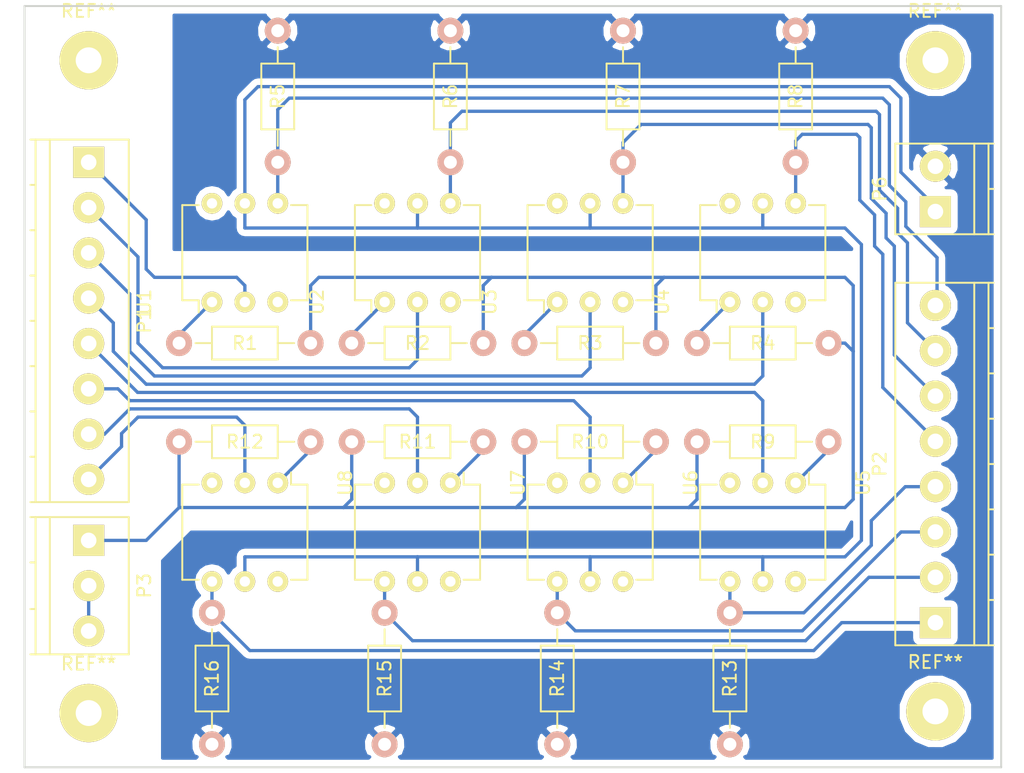
<source format=kicad_pcb>
(kicad_pcb (version 4) (host pcbnew 4.0.2+e4-6225~38~ubuntu14.04.1-stable)

  (general
    (links 57)
    (no_connects 0)
    (area 29.7018 43.7028 109.2132 103.8482)
    (thickness 1.6)
    (drawings 4)
    (tracks 190)
    (zones 0)
    (modules 32)
    (nets 37)
  )

  (page A4)
  (layers
    (0 F.Cu signal)
    (31 B.Cu signal)
    (32 B.Adhes user)
    (33 F.Adhes user)
    (34 B.Paste user)
    (35 F.Paste user)
    (36 B.SilkS user)
    (37 F.SilkS user)
    (38 B.Mask user)
    (39 F.Mask user)
    (40 Dwgs.User user)
    (41 Cmts.User user)
    (42 Eco1.User user)
    (43 Eco2.User user)
    (44 Edge.Cuts user)
    (45 Margin user)
    (46 B.CrtYd user)
    (47 F.CrtYd user)
    (48 B.Fab user)
    (49 F.Fab user)
  )

  (setup
    (last_trace_width 0.254)
    (trace_clearance 0.2032)
    (zone_clearance 0.508)
    (zone_45_only no)
    (trace_min 0.2)
    (segment_width 0.2)
    (edge_width 0.15)
    (via_size 0.6096)
    (via_drill 0.4064)
    (via_min_size 0.4)
    (via_min_drill 0.3)
    (uvia_size 0.3048)
    (uvia_drill 0.1016)
    (uvias_allowed no)
    (uvia_min_size 0)
    (uvia_min_drill 0)
    (pcb_text_width 0.3)
    (pcb_text_size 1.5 1.5)
    (mod_edge_width 0.15)
    (mod_text_size 1 1)
    (mod_text_width 0.15)
    (pad_size 2.032 2.032)
    (pad_drill 1.016)
    (pad_to_mask_clearance 0.2)
    (aux_axis_origin 0 0)
    (visible_elements FFFFFF7F)
    (pcbplotparams
      (layerselection 0x01030_80000001)
      (usegerberextensions false)
      (excludeedgelayer true)
      (linewidth 0.100000)
      (plotframeref false)
      (viasonmask false)
      (mode 1)
      (useauxorigin false)
      (hpglpennumber 1)
      (hpglpenspeed 20)
      (hpglpendiameter 15)
      (hpglpenoverlay 2)
      (psnegative false)
      (psa4output false)
      (plotreference false)
      (plotvalue false)
      (plotinvisibletext false)
      (padsonsilk false)
      (subtractmaskfromsilk false)
      (outputformat 1)
      (mirror false)
      (drillshape 0)
      (scaleselection 1)
      (outputdirectory plot/))
  )

  (net 0 "")
  (net 1 /X1)
  (net 2 /X2)
  (net 3 /X3)
  (net 4 /X4)
  (net 5 /X5)
  (net 6 /X6)
  (net 7 /X7)
  (net 8 /X8)
  (net 9 /Y1)
  (net 10 /Y2)
  (net 11 /Y3)
  (net 12 /Y4)
  (net 13 /Y5)
  (net 14 /Y6)
  (net 15 /Y7)
  (net 16 /Y8)
  (net 17 +12V)
  (net 18 VCC)
  (net 19 GND)
  (net 20 "Net-(R1-Pad2)")
  (net 21 "Net-(R2-Pad2)")
  (net 22 "Net-(R3-Pad2)")
  (net 23 "Net-(R4-Pad2)")
  (net 24 "Net-(R9-Pad2)")
  (net 25 "Net-(R10-Pad2)")
  (net 26 "Net-(R11-Pad2)")
  (net 27 "Net-(R12-Pad2)")
  (net 28 GNDA)
  (net 29 "Net-(U1-Pad6)")
  (net 30 "Net-(U2-Pad6)")
  (net 31 "Net-(U3-Pad6)")
  (net 32 "Net-(U4-Pad6)")
  (net 33 "Net-(U5-Pad6)")
  (net 34 "Net-(U6-Pad6)")
  (net 35 "Net-(U7-Pad6)")
  (net 36 "Net-(U8-Pad6)")

  (net_class Default "This is the default net class."
    (clearance 0.2032)
    (trace_width 0.254)
    (via_dia 0.6096)
    (via_drill 0.4064)
    (uvia_dia 0.3048)
    (uvia_drill 0.1016)
    (add_net +12V)
    (add_net /X1)
    (add_net /X2)
    (add_net /X3)
    (add_net /X4)
    (add_net /X5)
    (add_net /X6)
    (add_net /X7)
    (add_net /X8)
    (add_net /Y1)
    (add_net /Y2)
    (add_net /Y3)
    (add_net /Y4)
    (add_net /Y5)
    (add_net /Y6)
    (add_net /Y7)
    (add_net /Y8)
    (add_net GND)
    (add_net GNDA)
    (add_net "Net-(R1-Pad2)")
    (add_net "Net-(R10-Pad2)")
    (add_net "Net-(R11-Pad2)")
    (add_net "Net-(R12-Pad2)")
    (add_net "Net-(R2-Pad2)")
    (add_net "Net-(R3-Pad2)")
    (add_net "Net-(R4-Pad2)")
    (add_net "Net-(R9-Pad2)")
    (add_net "Net-(U1-Pad6)")
    (add_net "Net-(U2-Pad6)")
    (add_net "Net-(U3-Pad6)")
    (add_net "Net-(U4-Pad6)")
    (add_net "Net-(U5-Pad6)")
    (add_net "Net-(U6-Pad6)")
    (add_net "Net-(U7-Pad6)")
    (add_net "Net-(U8-Pad6)")
    (add_net VCC)
  )

  (module Wire_Pads:SolderWirePad_single_2mmDrill (layer F.Cu) (tedit 578D3FE5) (tstamp 56FEFF6A)
    (at 102.235 98.933)
    (fp_text reference REF** (at 0 -3.81) (layer F.SilkS)
      (effects (font (size 1 1) (thickness 0.15)))
    )
    (fp_text value 2mm (at -0.635 3.81) (layer F.Fab)
      (effects (font (size 1 1) (thickness 0.15)))
    )
    (pad 1 thru_hole circle (at 0 0) (size 4.50088 4.50088) (drill 1.99898) (layers *.Cu *.Mask F.SilkS))
  )

  (module Wire_Pads:SolderWirePad_single_2mmDrill (layer F.Cu) (tedit 578D3FEB) (tstamp 56FEFF4F)
    (at 102.235 48.641)
    (fp_text reference REF** (at 0 -3.81) (layer F.SilkS)
      (effects (font (size 1 1) (thickness 0.15)))
    )
    (fp_text value 2mm (at -0.635 3.81) (layer F.Fab)
      (effects (font (size 1 1) (thickness 0.15)))
    )
    (pad 1 thru_hole circle (at 0 0) (size 4.50088 4.50088) (drill 1.99898) (layers *.Cu *.Mask F.SilkS))
  )

  (module Wire_Pads:SolderWirePad_single_2mmDrill (layer F.Cu) (tedit 578D3FD3) (tstamp 56F54FCA)
    (at 36.83 48.641)
    (fp_text reference REF** (at 0 -3.81) (layer F.SilkS)
      (effects (font (size 1 1) (thickness 0.15)))
    )
    (fp_text value 2mm (at -0.635 3.81) (layer F.Fab)
      (effects (font (size 1 1) (thickness 0.15)))
    )
    (pad 1 thru_hole circle (at 0 0) (size 4.50088 4.50088) (drill 1.99898) (layers *.Cu *.Mask F.SilkS))
  )

  (module Resistors_ThroughHole:Resistor_Horizontal_RM10mm placed (layer F.Cu) (tedit 56F47A6E) (tstamp 56F32271)
    (at 53.975 70.485 180)
    (descr "Resistor, Axial,  RM 10mm, 1/3W")
    (tags "Resistor Axial RM 10mm 1/3W")
    (path /56F2FB8B)
    (fp_text reference R1 (at 5.08 0 180) (layer F.SilkS)
      (effects (font (size 1 1) (thickness 0.15)))
    )
    (fp_text value R (at 5.08 3.81 180) (layer F.Fab)
      (effects (font (size 1 1) (thickness 0.15)))
    )
    (fp_line (start -1.25 -1.5) (end 11.4 -1.5) (layer F.CrtYd) (width 0.05))
    (fp_line (start -1.25 1.5) (end -1.25 -1.5) (layer F.CrtYd) (width 0.05))
    (fp_line (start 11.4 -1.5) (end 11.4 1.5) (layer F.CrtYd) (width 0.05))
    (fp_line (start -1.25 1.5) (end 11.4 1.5) (layer F.CrtYd) (width 0.05))
    (fp_line (start 2.54 -1.27) (end 7.62 -1.27) (layer F.SilkS) (width 0.15))
    (fp_line (start 7.62 -1.27) (end 7.62 1.27) (layer F.SilkS) (width 0.15))
    (fp_line (start 7.62 1.27) (end 2.54 1.27) (layer F.SilkS) (width 0.15))
    (fp_line (start 2.54 1.27) (end 2.54 -1.27) (layer F.SilkS) (width 0.15))
    (fp_line (start 2.54 0) (end 1.27 0) (layer F.SilkS) (width 0.15))
    (fp_line (start 7.62 0) (end 8.89 0) (layer F.SilkS) (width 0.15))
    (pad 1 thru_hole circle (at 0 0 180) (size 1.99898 1.99898) (drill 1.00076) (layers *.Cu *.SilkS *.Mask)
      (net 17 +12V))
    (pad 2 thru_hole circle (at 10.16 0 180) (size 1.99898 1.99898) (drill 1.00076) (layers *.Cu *.SilkS *.Mask)
      (net 20 "Net-(R1-Pad2)"))
    (model Resistors_ThroughHole.3dshapes/Resistor_Horizontal_RM10mm.wrl
      (at (xyz 0.2 0 0))
      (scale (xyz 0.4 0.4 0.4))
      (rotate (xyz 0 0 0))
    )
  )

  (module Resistors_ThroughHole:Resistor_Horizontal_RM10mm placed (layer F.Cu) (tedit 56F47A7A) (tstamp 56F32277)
    (at 83.82 78.105)
    (descr "Resistor, Axial,  RM 10mm, 1/3W")
    (tags "Resistor Axial RM 10mm 1/3W")
    (path /56F61CE3)
    (fp_text reference R9 (at 5.08 0) (layer F.SilkS)
      (effects (font (size 1 1) (thickness 0.15)))
    )
    (fp_text value R (at 5.08 3.81) (layer F.Fab)
      (effects (font (size 1 1) (thickness 0.15)))
    )
    (fp_line (start -1.25 -1.5) (end 11.4 -1.5) (layer F.CrtYd) (width 0.05))
    (fp_line (start -1.25 1.5) (end -1.25 -1.5) (layer F.CrtYd) (width 0.05))
    (fp_line (start 11.4 -1.5) (end 11.4 1.5) (layer F.CrtYd) (width 0.05))
    (fp_line (start -1.25 1.5) (end 11.4 1.5) (layer F.CrtYd) (width 0.05))
    (fp_line (start 2.54 -1.27) (end 7.62 -1.27) (layer F.SilkS) (width 0.15))
    (fp_line (start 7.62 -1.27) (end 7.62 1.27) (layer F.SilkS) (width 0.15))
    (fp_line (start 7.62 1.27) (end 2.54 1.27) (layer F.SilkS) (width 0.15))
    (fp_line (start 2.54 1.27) (end 2.54 -1.27) (layer F.SilkS) (width 0.15))
    (fp_line (start 2.54 0) (end 1.27 0) (layer F.SilkS) (width 0.15))
    (fp_line (start 7.62 0) (end 8.89 0) (layer F.SilkS) (width 0.15))
    (pad 1 thru_hole circle (at 0 0) (size 1.99898 1.99898) (drill 1.00076) (layers *.Cu *.SilkS *.Mask)
      (net 17 +12V))
    (pad 2 thru_hole circle (at 10.16 0) (size 1.99898 1.99898) (drill 1.00076) (layers *.Cu *.SilkS *.Mask)
      (net 24 "Net-(R9-Pad2)"))
    (model Resistors_ThroughHole.3dshapes/Resistor_Horizontal_RM10mm.wrl
      (at (xyz 0.2 0 0))
      (scale (xyz 0.4 0.4 0.4))
      (rotate (xyz 0 0 0))
    )
  )

  (module Resistors_ThroughHole:Resistor_Horizontal_RM10mm placed (layer F.Cu) (tedit 56F47C37) (tstamp 56F32289)
    (at 51.435 56.515 90)
    (descr "Resistor, Axial,  RM 10mm, 1/3W")
    (tags "Resistor Axial RM 10mm 1/3W")
    (path /56F2FBD0)
    (fp_text reference R5 (at 5.08 0 90) (layer F.SilkS)
      (effects (font (size 1 1) (thickness 0.15)))
    )
    (fp_text value R (at 5.08 3.81 90) (layer F.Fab)
      (effects (font (size 1 1) (thickness 0.15)))
    )
    (fp_line (start -1.25 -1.5) (end 11.4 -1.5) (layer F.CrtYd) (width 0.05))
    (fp_line (start -1.25 1.5) (end -1.25 -1.5) (layer F.CrtYd) (width 0.05))
    (fp_line (start 11.4 -1.5) (end 11.4 1.5) (layer F.CrtYd) (width 0.05))
    (fp_line (start -1.25 1.5) (end 11.4 1.5) (layer F.CrtYd) (width 0.05))
    (fp_line (start 2.54 -1.27) (end 7.62 -1.27) (layer F.SilkS) (width 0.15))
    (fp_line (start 7.62 -1.27) (end 7.62 1.27) (layer F.SilkS) (width 0.15))
    (fp_line (start 7.62 1.27) (end 2.54 1.27) (layer F.SilkS) (width 0.15))
    (fp_line (start 2.54 1.27) (end 2.54 -1.27) (layer F.SilkS) (width 0.15))
    (fp_line (start 2.54 0) (end 1.27 0) (layer F.SilkS) (width 0.15))
    (fp_line (start 7.62 0) (end 8.89 0) (layer F.SilkS) (width 0.15))
    (pad 1 thru_hole circle (at 0 0 90) (size 1.99898 1.99898) (drill 1.00076) (layers *.Cu *.SilkS *.Mask)
      (net 9 /Y1))
    (pad 2 thru_hole circle (at 10.16 0 90) (size 1.99898 1.99898) (drill 1.00076) (layers *.Cu *.SilkS *.Mask)
      (net 19 GND))
    (model Resistors_ThroughHole.3dshapes/Resistor_Horizontal_RM10mm.wrl
      (at (xyz 0.2 0 0))
      (scale (xyz 0.4 0.4 0.4))
      (rotate (xyz 0 0 0))
    )
  )

  (module Resistors_ThroughHole:Resistor_Horizontal_RM10mm placed (layer F.Cu) (tedit 56F47C53) (tstamp 56F3228F)
    (at 86.36 91.313 270)
    (descr "Resistor, Axial,  RM 10mm, 1/3W")
    (tags "Resistor Axial RM 10mm 1/3W")
    (path /56F61CE9)
    (fp_text reference R13 (at 5.08 0 270) (layer F.SilkS)
      (effects (font (size 1 1) (thickness 0.15)))
    )
    (fp_text value R (at 5.08 3.81 270) (layer F.Fab)
      (effects (font (size 1 1) (thickness 0.15)))
    )
    (fp_line (start -1.25 -1.5) (end 11.4 -1.5) (layer F.CrtYd) (width 0.05))
    (fp_line (start -1.25 1.5) (end -1.25 -1.5) (layer F.CrtYd) (width 0.05))
    (fp_line (start 11.4 -1.5) (end 11.4 1.5) (layer F.CrtYd) (width 0.05))
    (fp_line (start -1.25 1.5) (end 11.4 1.5) (layer F.CrtYd) (width 0.05))
    (fp_line (start 2.54 -1.27) (end 7.62 -1.27) (layer F.SilkS) (width 0.15))
    (fp_line (start 7.62 -1.27) (end 7.62 1.27) (layer F.SilkS) (width 0.15))
    (fp_line (start 7.62 1.27) (end 2.54 1.27) (layer F.SilkS) (width 0.15))
    (fp_line (start 2.54 1.27) (end 2.54 -1.27) (layer F.SilkS) (width 0.15))
    (fp_line (start 2.54 0) (end 1.27 0) (layer F.SilkS) (width 0.15))
    (fp_line (start 7.62 0) (end 8.89 0) (layer F.SilkS) (width 0.15))
    (pad 1 thru_hole circle (at 0 0 270) (size 1.99898 1.99898) (drill 1.00076) (layers *.Cu *.SilkS *.Mask)
      (net 13 /Y5))
    (pad 2 thru_hole circle (at 10.16 0 270) (size 1.99898 1.99898) (drill 1.00076) (layers *.Cu *.SilkS *.Mask)
      (net 19 GND))
    (model Resistors_ThroughHole.3dshapes/Resistor_Horizontal_RM10mm.wrl
      (at (xyz 0.2 0 0))
      (scale (xyz 0.4 0.4 0.4))
      (rotate (xyz 0 0 0))
    )
  )

  (module Resistors_ThroughHole:Resistor_Horizontal_RM10mm placed (layer F.Cu) (tedit 56F47A71) (tstamp 56F322A1)
    (at 67.31 70.485 180)
    (descr "Resistor, Axial,  RM 10mm, 1/3W")
    (tags "Resistor Axial RM 10mm 1/3W")
    (path /56F607F8)
    (fp_text reference R2 (at 5.08 0 180) (layer F.SilkS)
      (effects (font (size 1 1) (thickness 0.15)))
    )
    (fp_text value R (at 5.08 3.81 180) (layer F.Fab)
      (effects (font (size 1 1) (thickness 0.15)))
    )
    (fp_line (start -1.25 -1.5) (end 11.4 -1.5) (layer F.CrtYd) (width 0.05))
    (fp_line (start -1.25 1.5) (end -1.25 -1.5) (layer F.CrtYd) (width 0.05))
    (fp_line (start 11.4 -1.5) (end 11.4 1.5) (layer F.CrtYd) (width 0.05))
    (fp_line (start -1.25 1.5) (end 11.4 1.5) (layer F.CrtYd) (width 0.05))
    (fp_line (start 2.54 -1.27) (end 7.62 -1.27) (layer F.SilkS) (width 0.15))
    (fp_line (start 7.62 -1.27) (end 7.62 1.27) (layer F.SilkS) (width 0.15))
    (fp_line (start 7.62 1.27) (end 2.54 1.27) (layer F.SilkS) (width 0.15))
    (fp_line (start 2.54 1.27) (end 2.54 -1.27) (layer F.SilkS) (width 0.15))
    (fp_line (start 2.54 0) (end 1.27 0) (layer F.SilkS) (width 0.15))
    (fp_line (start 7.62 0) (end 8.89 0) (layer F.SilkS) (width 0.15))
    (pad 1 thru_hole circle (at 0 0 180) (size 1.99898 1.99898) (drill 1.00076) (layers *.Cu *.SilkS *.Mask)
      (net 17 +12V))
    (pad 2 thru_hole circle (at 10.16 0 180) (size 1.99898 1.99898) (drill 1.00076) (layers *.Cu *.SilkS *.Mask)
      (net 21 "Net-(R2-Pad2)"))
    (model Resistors_ThroughHole.3dshapes/Resistor_Horizontal_RM10mm.wrl
      (at (xyz 0.2 0 0))
      (scale (xyz 0.4 0.4 0.4))
      (rotate (xyz 0 0 0))
    )
  )

  (module Resistors_ThroughHole:Resistor_Horizontal_RM10mm placed (layer F.Cu) (tedit 56F47A7E) (tstamp 56F322A7)
    (at 70.485 78.105)
    (descr "Resistor, Axial,  RM 10mm, 1/3W")
    (tags "Resistor Axial RM 10mm 1/3W")
    (path /56F61D10)
    (fp_text reference R10 (at 5.08 0) (layer F.SilkS)
      (effects (font (size 1 1) (thickness 0.15)))
    )
    (fp_text value R (at 5.08 3.81) (layer F.Fab)
      (effects (font (size 1 1) (thickness 0.15)))
    )
    (fp_line (start -1.25 -1.5) (end 11.4 -1.5) (layer F.CrtYd) (width 0.05))
    (fp_line (start -1.25 1.5) (end -1.25 -1.5) (layer F.CrtYd) (width 0.05))
    (fp_line (start 11.4 -1.5) (end 11.4 1.5) (layer F.CrtYd) (width 0.05))
    (fp_line (start -1.25 1.5) (end 11.4 1.5) (layer F.CrtYd) (width 0.05))
    (fp_line (start 2.54 -1.27) (end 7.62 -1.27) (layer F.SilkS) (width 0.15))
    (fp_line (start 7.62 -1.27) (end 7.62 1.27) (layer F.SilkS) (width 0.15))
    (fp_line (start 7.62 1.27) (end 2.54 1.27) (layer F.SilkS) (width 0.15))
    (fp_line (start 2.54 1.27) (end 2.54 -1.27) (layer F.SilkS) (width 0.15))
    (fp_line (start 2.54 0) (end 1.27 0) (layer F.SilkS) (width 0.15))
    (fp_line (start 7.62 0) (end 8.89 0) (layer F.SilkS) (width 0.15))
    (pad 1 thru_hole circle (at 0 0) (size 1.99898 1.99898) (drill 1.00076) (layers *.Cu *.SilkS *.Mask)
      (net 17 +12V))
    (pad 2 thru_hole circle (at 10.16 0) (size 1.99898 1.99898) (drill 1.00076) (layers *.Cu *.SilkS *.Mask)
      (net 25 "Net-(R10-Pad2)"))
    (model Resistors_ThroughHole.3dshapes/Resistor_Horizontal_RM10mm.wrl
      (at (xyz 0.2 0 0))
      (scale (xyz 0.4 0.4 0.4))
      (rotate (xyz 0 0 0))
    )
  )

  (module Resistors_ThroughHole:Resistor_Horizontal_RM10mm placed (layer F.Cu) (tedit 56F47C1C) (tstamp 56F322B9)
    (at 64.77 56.515 90)
    (descr "Resistor, Axial,  RM 10mm, 1/3W")
    (tags "Resistor Axial RM 10mm 1/3W")
    (path /56F607FE)
    (fp_text reference R6 (at 5.08 0 90) (layer F.SilkS)
      (effects (font (size 1 1) (thickness 0.15)))
    )
    (fp_text value R (at 5.08 3.81 90) (layer F.Fab)
      (effects (font (size 1 1) (thickness 0.15)))
    )
    (fp_line (start -1.25 -1.5) (end 11.4 -1.5) (layer F.CrtYd) (width 0.05))
    (fp_line (start -1.25 1.5) (end -1.25 -1.5) (layer F.CrtYd) (width 0.05))
    (fp_line (start 11.4 -1.5) (end 11.4 1.5) (layer F.CrtYd) (width 0.05))
    (fp_line (start -1.25 1.5) (end 11.4 1.5) (layer F.CrtYd) (width 0.05))
    (fp_line (start 2.54 -1.27) (end 7.62 -1.27) (layer F.SilkS) (width 0.15))
    (fp_line (start 7.62 -1.27) (end 7.62 1.27) (layer F.SilkS) (width 0.15))
    (fp_line (start 7.62 1.27) (end 2.54 1.27) (layer F.SilkS) (width 0.15))
    (fp_line (start 2.54 1.27) (end 2.54 -1.27) (layer F.SilkS) (width 0.15))
    (fp_line (start 2.54 0) (end 1.27 0) (layer F.SilkS) (width 0.15))
    (fp_line (start 7.62 0) (end 8.89 0) (layer F.SilkS) (width 0.15))
    (pad 1 thru_hole circle (at 0 0 90) (size 1.99898 1.99898) (drill 1.00076) (layers *.Cu *.SilkS *.Mask)
      (net 10 /Y2))
    (pad 2 thru_hole circle (at 10.16 0 90) (size 1.99898 1.99898) (drill 1.00076) (layers *.Cu *.SilkS *.Mask)
      (net 19 GND))
    (model Resistors_ThroughHole.3dshapes/Resistor_Horizontal_RM10mm.wrl
      (at (xyz 0.2 0 0))
      (scale (xyz 0.4 0.4 0.4))
      (rotate (xyz 0 0 0))
    )
  )

  (module Resistors_ThroughHole:Resistor_Horizontal_RM10mm placed (layer F.Cu) (tedit 56F47C55) (tstamp 56F322BF)
    (at 73.025 91.313 270)
    (descr "Resistor, Axial,  RM 10mm, 1/3W")
    (tags "Resistor Axial RM 10mm 1/3W")
    (path /56F61D16)
    (fp_text reference R14 (at 5.08 0 270) (layer F.SilkS)
      (effects (font (size 1 1) (thickness 0.15)))
    )
    (fp_text value R (at 5.08 3.81 270) (layer F.Fab)
      (effects (font (size 1 1) (thickness 0.15)))
    )
    (fp_line (start -1.25 -1.5) (end 11.4 -1.5) (layer F.CrtYd) (width 0.05))
    (fp_line (start -1.25 1.5) (end -1.25 -1.5) (layer F.CrtYd) (width 0.05))
    (fp_line (start 11.4 -1.5) (end 11.4 1.5) (layer F.CrtYd) (width 0.05))
    (fp_line (start -1.25 1.5) (end 11.4 1.5) (layer F.CrtYd) (width 0.05))
    (fp_line (start 2.54 -1.27) (end 7.62 -1.27) (layer F.SilkS) (width 0.15))
    (fp_line (start 7.62 -1.27) (end 7.62 1.27) (layer F.SilkS) (width 0.15))
    (fp_line (start 7.62 1.27) (end 2.54 1.27) (layer F.SilkS) (width 0.15))
    (fp_line (start 2.54 1.27) (end 2.54 -1.27) (layer F.SilkS) (width 0.15))
    (fp_line (start 2.54 0) (end 1.27 0) (layer F.SilkS) (width 0.15))
    (fp_line (start 7.62 0) (end 8.89 0) (layer F.SilkS) (width 0.15))
    (pad 1 thru_hole circle (at 0 0 270) (size 1.99898 1.99898) (drill 1.00076) (layers *.Cu *.SilkS *.Mask)
      (net 14 /Y6))
    (pad 2 thru_hole circle (at 10.16 0 270) (size 1.99898 1.99898) (drill 1.00076) (layers *.Cu *.SilkS *.Mask)
      (net 19 GND))
    (model Resistors_ThroughHole.3dshapes/Resistor_Horizontal_RM10mm.wrl
      (at (xyz 0.2 0 0))
      (scale (xyz 0.4 0.4 0.4))
      (rotate (xyz 0 0 0))
    )
  )

  (module Resistors_ThroughHole:Resistor_Horizontal_RM10mm placed (layer F.Cu) (tedit 56F47A74) (tstamp 56F322D1)
    (at 80.645 70.485 180)
    (descr "Resistor, Axial,  RM 10mm, 1/3W")
    (tags "Resistor Axial RM 10mm 1/3W")
    (path /56F6135F)
    (fp_text reference R3 (at 5.08 0 180) (layer F.SilkS)
      (effects (font (size 1 1) (thickness 0.15)))
    )
    (fp_text value R (at 5.08 3.81 180) (layer F.Fab)
      (effects (font (size 1 1) (thickness 0.15)))
    )
    (fp_line (start -1.25 -1.5) (end 11.4 -1.5) (layer F.CrtYd) (width 0.05))
    (fp_line (start -1.25 1.5) (end -1.25 -1.5) (layer F.CrtYd) (width 0.05))
    (fp_line (start 11.4 -1.5) (end 11.4 1.5) (layer F.CrtYd) (width 0.05))
    (fp_line (start -1.25 1.5) (end 11.4 1.5) (layer F.CrtYd) (width 0.05))
    (fp_line (start 2.54 -1.27) (end 7.62 -1.27) (layer F.SilkS) (width 0.15))
    (fp_line (start 7.62 -1.27) (end 7.62 1.27) (layer F.SilkS) (width 0.15))
    (fp_line (start 7.62 1.27) (end 2.54 1.27) (layer F.SilkS) (width 0.15))
    (fp_line (start 2.54 1.27) (end 2.54 -1.27) (layer F.SilkS) (width 0.15))
    (fp_line (start 2.54 0) (end 1.27 0) (layer F.SilkS) (width 0.15))
    (fp_line (start 7.62 0) (end 8.89 0) (layer F.SilkS) (width 0.15))
    (pad 1 thru_hole circle (at 0 0 180) (size 1.99898 1.99898) (drill 1.00076) (layers *.Cu *.SilkS *.Mask)
      (net 17 +12V))
    (pad 2 thru_hole circle (at 10.16 0 180) (size 1.99898 1.99898) (drill 1.00076) (layers *.Cu *.SilkS *.Mask)
      (net 22 "Net-(R3-Pad2)"))
    (model Resistors_ThroughHole.3dshapes/Resistor_Horizontal_RM10mm.wrl
      (at (xyz 0.2 0 0))
      (scale (xyz 0.4 0.4 0.4))
      (rotate (xyz 0 0 0))
    )
  )

  (module Resistors_ThroughHole:Resistor_Horizontal_RM10mm placed (layer F.Cu) (tedit 56F47A89) (tstamp 56F322D7)
    (at 57.15 78.105)
    (descr "Resistor, Axial,  RM 10mm, 1/3W")
    (tags "Resistor Axial RM 10mm 1/3W")
    (path /56F61D3D)
    (fp_text reference R11 (at 5.08 0) (layer F.SilkS)
      (effects (font (size 1 1) (thickness 0.15)))
    )
    (fp_text value R (at 5.08 3.81) (layer F.Fab)
      (effects (font (size 1 1) (thickness 0.15)))
    )
    (fp_line (start -1.25 -1.5) (end 11.4 -1.5) (layer F.CrtYd) (width 0.05))
    (fp_line (start -1.25 1.5) (end -1.25 -1.5) (layer F.CrtYd) (width 0.05))
    (fp_line (start 11.4 -1.5) (end 11.4 1.5) (layer F.CrtYd) (width 0.05))
    (fp_line (start -1.25 1.5) (end 11.4 1.5) (layer F.CrtYd) (width 0.05))
    (fp_line (start 2.54 -1.27) (end 7.62 -1.27) (layer F.SilkS) (width 0.15))
    (fp_line (start 7.62 -1.27) (end 7.62 1.27) (layer F.SilkS) (width 0.15))
    (fp_line (start 7.62 1.27) (end 2.54 1.27) (layer F.SilkS) (width 0.15))
    (fp_line (start 2.54 1.27) (end 2.54 -1.27) (layer F.SilkS) (width 0.15))
    (fp_line (start 2.54 0) (end 1.27 0) (layer F.SilkS) (width 0.15))
    (fp_line (start 7.62 0) (end 8.89 0) (layer F.SilkS) (width 0.15))
    (pad 1 thru_hole circle (at 0 0) (size 1.99898 1.99898) (drill 1.00076) (layers *.Cu *.SilkS *.Mask)
      (net 17 +12V))
    (pad 2 thru_hole circle (at 10.16 0) (size 1.99898 1.99898) (drill 1.00076) (layers *.Cu *.SilkS *.Mask)
      (net 26 "Net-(R11-Pad2)"))
    (model Resistors_ThroughHole.3dshapes/Resistor_Horizontal_RM10mm.wrl
      (at (xyz 0.2 0 0))
      (scale (xyz 0.4 0.4 0.4))
      (rotate (xyz 0 0 0))
    )
  )

  (module Resistors_ThroughHole:Resistor_Horizontal_RM10mm placed (layer F.Cu) (tedit 56F47C1D) (tstamp 56F322E9)
    (at 78.105 56.515 90)
    (descr "Resistor, Axial,  RM 10mm, 1/3W")
    (tags "Resistor Axial RM 10mm 1/3W")
    (path /56F61365)
    (fp_text reference R7 (at 5.08 0 90) (layer F.SilkS)
      (effects (font (size 1 1) (thickness 0.15)))
    )
    (fp_text value R (at 5.08 3.81 90) (layer F.Fab)
      (effects (font (size 1 1) (thickness 0.15)))
    )
    (fp_line (start -1.25 -1.5) (end 11.4 -1.5) (layer F.CrtYd) (width 0.05))
    (fp_line (start -1.25 1.5) (end -1.25 -1.5) (layer F.CrtYd) (width 0.05))
    (fp_line (start 11.4 -1.5) (end 11.4 1.5) (layer F.CrtYd) (width 0.05))
    (fp_line (start -1.25 1.5) (end 11.4 1.5) (layer F.CrtYd) (width 0.05))
    (fp_line (start 2.54 -1.27) (end 7.62 -1.27) (layer F.SilkS) (width 0.15))
    (fp_line (start 7.62 -1.27) (end 7.62 1.27) (layer F.SilkS) (width 0.15))
    (fp_line (start 7.62 1.27) (end 2.54 1.27) (layer F.SilkS) (width 0.15))
    (fp_line (start 2.54 1.27) (end 2.54 -1.27) (layer F.SilkS) (width 0.15))
    (fp_line (start 2.54 0) (end 1.27 0) (layer F.SilkS) (width 0.15))
    (fp_line (start 7.62 0) (end 8.89 0) (layer F.SilkS) (width 0.15))
    (pad 1 thru_hole circle (at 0 0 90) (size 1.99898 1.99898) (drill 1.00076) (layers *.Cu *.SilkS *.Mask)
      (net 11 /Y3))
    (pad 2 thru_hole circle (at 10.16 0 90) (size 1.99898 1.99898) (drill 1.00076) (layers *.Cu *.SilkS *.Mask)
      (net 19 GND))
    (model Resistors_ThroughHole.3dshapes/Resistor_Horizontal_RM10mm.wrl
      (at (xyz 0.2 0 0))
      (scale (xyz 0.4 0.4 0.4))
      (rotate (xyz 0 0 0))
    )
  )

  (module Resistors_ThroughHole:Resistor_Horizontal_RM10mm placed (layer F.Cu) (tedit 56F47C77) (tstamp 56F322EF)
    (at 59.69 91.313 270)
    (descr "Resistor, Axial,  RM 10mm, 1/3W")
    (tags "Resistor Axial RM 10mm 1/3W")
    (path /56F61D43)
    (fp_text reference R15 (at 5.08 0 270) (layer F.SilkS)
      (effects (font (size 1 1) (thickness 0.15)))
    )
    (fp_text value R (at 5.08 3.81 270) (layer F.Fab)
      (effects (font (size 1 1) (thickness 0.15)))
    )
    (fp_line (start -1.25 -1.5) (end 11.4 -1.5) (layer F.CrtYd) (width 0.05))
    (fp_line (start -1.25 1.5) (end -1.25 -1.5) (layer F.CrtYd) (width 0.05))
    (fp_line (start 11.4 -1.5) (end 11.4 1.5) (layer F.CrtYd) (width 0.05))
    (fp_line (start -1.25 1.5) (end 11.4 1.5) (layer F.CrtYd) (width 0.05))
    (fp_line (start 2.54 -1.27) (end 7.62 -1.27) (layer F.SilkS) (width 0.15))
    (fp_line (start 7.62 -1.27) (end 7.62 1.27) (layer F.SilkS) (width 0.15))
    (fp_line (start 7.62 1.27) (end 2.54 1.27) (layer F.SilkS) (width 0.15))
    (fp_line (start 2.54 1.27) (end 2.54 -1.27) (layer F.SilkS) (width 0.15))
    (fp_line (start 2.54 0) (end 1.27 0) (layer F.SilkS) (width 0.15))
    (fp_line (start 7.62 0) (end 8.89 0) (layer F.SilkS) (width 0.15))
    (pad 1 thru_hole circle (at 0 0 270) (size 1.99898 1.99898) (drill 1.00076) (layers *.Cu *.SilkS *.Mask)
      (net 15 /Y7))
    (pad 2 thru_hole circle (at 10.16 0 270) (size 1.99898 1.99898) (drill 1.00076) (layers *.Cu *.SilkS *.Mask)
      (net 19 GND))
    (model Resistors_ThroughHole.3dshapes/Resistor_Horizontal_RM10mm.wrl
      (at (xyz 0.2 0 0))
      (scale (xyz 0.4 0.4 0.4))
      (rotate (xyz 0 0 0))
    )
  )

  (module Resistors_ThroughHole:Resistor_Horizontal_RM10mm placed (layer F.Cu) (tedit 56F47A78) (tstamp 56F32301)
    (at 93.98 70.485 180)
    (descr "Resistor, Axial,  RM 10mm, 1/3W")
    (tags "Resistor Axial RM 10mm 1/3W")
    (path /56F6138C)
    (fp_text reference R4 (at 5.08 0 180) (layer F.SilkS)
      (effects (font (size 1 1) (thickness 0.15)))
    )
    (fp_text value R (at 5.08 3.81 180) (layer F.Fab)
      (effects (font (size 1 1) (thickness 0.15)))
    )
    (fp_line (start -1.25 -1.5) (end 11.4 -1.5) (layer F.CrtYd) (width 0.05))
    (fp_line (start -1.25 1.5) (end -1.25 -1.5) (layer F.CrtYd) (width 0.05))
    (fp_line (start 11.4 -1.5) (end 11.4 1.5) (layer F.CrtYd) (width 0.05))
    (fp_line (start -1.25 1.5) (end 11.4 1.5) (layer F.CrtYd) (width 0.05))
    (fp_line (start 2.54 -1.27) (end 7.62 -1.27) (layer F.SilkS) (width 0.15))
    (fp_line (start 7.62 -1.27) (end 7.62 1.27) (layer F.SilkS) (width 0.15))
    (fp_line (start 7.62 1.27) (end 2.54 1.27) (layer F.SilkS) (width 0.15))
    (fp_line (start 2.54 1.27) (end 2.54 -1.27) (layer F.SilkS) (width 0.15))
    (fp_line (start 2.54 0) (end 1.27 0) (layer F.SilkS) (width 0.15))
    (fp_line (start 7.62 0) (end 8.89 0) (layer F.SilkS) (width 0.15))
    (pad 1 thru_hole circle (at 0 0 180) (size 1.99898 1.99898) (drill 1.00076) (layers *.Cu *.SilkS *.Mask)
      (net 17 +12V))
    (pad 2 thru_hole circle (at 10.16 0 180) (size 1.99898 1.99898) (drill 1.00076) (layers *.Cu *.SilkS *.Mask)
      (net 23 "Net-(R4-Pad2)"))
    (model Resistors_ThroughHole.3dshapes/Resistor_Horizontal_RM10mm.wrl
      (at (xyz 0.2 0 0))
      (scale (xyz 0.4 0.4 0.4))
      (rotate (xyz 0 0 0))
    )
  )

  (module Resistors_ThroughHole:Resistor_Horizontal_RM10mm placed (layer F.Cu) (tedit 56F47A9C) (tstamp 56F32307)
    (at 43.815 78.105)
    (descr "Resistor, Axial,  RM 10mm, 1/3W")
    (tags "Resistor Axial RM 10mm 1/3W")
    (path /56F61D6A)
    (fp_text reference R12 (at 5.08 0) (layer F.SilkS)
      (effects (font (size 1 1) (thickness 0.15)))
    )
    (fp_text value R (at 5.08 3.81) (layer F.Fab)
      (effects (font (size 1 1) (thickness 0.15)))
    )
    (fp_line (start -1.25 -1.5) (end 11.4 -1.5) (layer F.CrtYd) (width 0.05))
    (fp_line (start -1.25 1.5) (end -1.25 -1.5) (layer F.CrtYd) (width 0.05))
    (fp_line (start 11.4 -1.5) (end 11.4 1.5) (layer F.CrtYd) (width 0.05))
    (fp_line (start -1.25 1.5) (end 11.4 1.5) (layer F.CrtYd) (width 0.05))
    (fp_line (start 2.54 -1.27) (end 7.62 -1.27) (layer F.SilkS) (width 0.15))
    (fp_line (start 7.62 -1.27) (end 7.62 1.27) (layer F.SilkS) (width 0.15))
    (fp_line (start 7.62 1.27) (end 2.54 1.27) (layer F.SilkS) (width 0.15))
    (fp_line (start 2.54 1.27) (end 2.54 -1.27) (layer F.SilkS) (width 0.15))
    (fp_line (start 2.54 0) (end 1.27 0) (layer F.SilkS) (width 0.15))
    (fp_line (start 7.62 0) (end 8.89 0) (layer F.SilkS) (width 0.15))
    (pad 1 thru_hole circle (at 0 0) (size 1.99898 1.99898) (drill 1.00076) (layers *.Cu *.SilkS *.Mask)
      (net 17 +12V))
    (pad 2 thru_hole circle (at 10.16 0) (size 1.99898 1.99898) (drill 1.00076) (layers *.Cu *.SilkS *.Mask)
      (net 27 "Net-(R12-Pad2)"))
    (model Resistors_ThroughHole.3dshapes/Resistor_Horizontal_RM10mm.wrl
      (at (xyz 0.2 0 0))
      (scale (xyz 0.4 0.4 0.4))
      (rotate (xyz 0 0 0))
    )
  )

  (module Resistors_ThroughHole:Resistor_Horizontal_RM10mm placed (layer F.Cu) (tedit 56F47C1F) (tstamp 56F32319)
    (at 91.44 56.515 90)
    (descr "Resistor, Axial,  RM 10mm, 1/3W")
    (tags "Resistor Axial RM 10mm 1/3W")
    (path /56F61392)
    (fp_text reference R8 (at 5.08 0 90) (layer F.SilkS)
      (effects (font (size 1 1) (thickness 0.15)))
    )
    (fp_text value R (at 5.08 3.81 90) (layer F.Fab)
      (effects (font (size 1 1) (thickness 0.15)))
    )
    (fp_line (start -1.25 -1.5) (end 11.4 -1.5) (layer F.CrtYd) (width 0.05))
    (fp_line (start -1.25 1.5) (end -1.25 -1.5) (layer F.CrtYd) (width 0.05))
    (fp_line (start 11.4 -1.5) (end 11.4 1.5) (layer F.CrtYd) (width 0.05))
    (fp_line (start -1.25 1.5) (end 11.4 1.5) (layer F.CrtYd) (width 0.05))
    (fp_line (start 2.54 -1.27) (end 7.62 -1.27) (layer F.SilkS) (width 0.15))
    (fp_line (start 7.62 -1.27) (end 7.62 1.27) (layer F.SilkS) (width 0.15))
    (fp_line (start 7.62 1.27) (end 2.54 1.27) (layer F.SilkS) (width 0.15))
    (fp_line (start 2.54 1.27) (end 2.54 -1.27) (layer F.SilkS) (width 0.15))
    (fp_line (start 2.54 0) (end 1.27 0) (layer F.SilkS) (width 0.15))
    (fp_line (start 7.62 0) (end 8.89 0) (layer F.SilkS) (width 0.15))
    (pad 1 thru_hole circle (at 0 0 90) (size 1.99898 1.99898) (drill 1.00076) (layers *.Cu *.SilkS *.Mask)
      (net 12 /Y4))
    (pad 2 thru_hole circle (at 10.16 0 90) (size 1.99898 1.99898) (drill 1.00076) (layers *.Cu *.SilkS *.Mask)
      (net 19 GND))
    (model Resistors_ThroughHole.3dshapes/Resistor_Horizontal_RM10mm.wrl
      (at (xyz 0.2 0 0))
      (scale (xyz 0.4 0.4 0.4))
      (rotate (xyz 0 0 0))
    )
  )

  (module Resistors_ThroughHole:Resistor_Horizontal_RM10mm placed (layer F.Cu) (tedit 56F47C7E) (tstamp 56F3231F)
    (at 46.355 91.313 270)
    (descr "Resistor, Axial,  RM 10mm, 1/3W")
    (tags "Resistor Axial RM 10mm 1/3W")
    (path /56F61D70)
    (fp_text reference R16 (at 5.08 0 270) (layer F.SilkS)
      (effects (font (size 1 1) (thickness 0.15)))
    )
    (fp_text value R (at 5.08 3.81 270) (layer F.Fab)
      (effects (font (size 1 1) (thickness 0.15)))
    )
    (fp_line (start -1.25 -1.5) (end 11.4 -1.5) (layer F.CrtYd) (width 0.05))
    (fp_line (start -1.25 1.5) (end -1.25 -1.5) (layer F.CrtYd) (width 0.05))
    (fp_line (start 11.4 -1.5) (end 11.4 1.5) (layer F.CrtYd) (width 0.05))
    (fp_line (start -1.25 1.5) (end 11.4 1.5) (layer F.CrtYd) (width 0.05))
    (fp_line (start 2.54 -1.27) (end 7.62 -1.27) (layer F.SilkS) (width 0.15))
    (fp_line (start 7.62 -1.27) (end 7.62 1.27) (layer F.SilkS) (width 0.15))
    (fp_line (start 7.62 1.27) (end 2.54 1.27) (layer F.SilkS) (width 0.15))
    (fp_line (start 2.54 1.27) (end 2.54 -1.27) (layer F.SilkS) (width 0.15))
    (fp_line (start 2.54 0) (end 1.27 0) (layer F.SilkS) (width 0.15))
    (fp_line (start 7.62 0) (end 8.89 0) (layer F.SilkS) (width 0.15))
    (pad 1 thru_hole circle (at 0 0 270) (size 1.99898 1.99898) (drill 1.00076) (layers *.Cu *.SilkS *.Mask)
      (net 16 /Y8))
    (pad 2 thru_hole circle (at 10.16 0 270) (size 1.99898 1.99898) (drill 1.00076) (layers *.Cu *.SilkS *.Mask)
      (net 19 GND))
    (model Resistors_ThroughHole.3dshapes/Resistor_Horizontal_RM10mm.wrl
      (at (xyz 0.2 0 0))
      (scale (xyz 0.4 0.4 0.4))
      (rotate (xyz 0 0 0))
    )
  )

  (module Housings_DIP:DIP-6_W7.62mm placed (layer F.Cu) (tedit 54130A77) (tstamp 56F46077)
    (at 46.355 67.31 90)
    (descr "6-lead dip package, row spacing 7.62 mm (300 mils)")
    (tags "dil dip 2.54 300")
    (path /56F2FA8C)
    (fp_text reference U1 (at 0 -5.22 90) (layer F.SilkS)
      (effects (font (size 1 1) (thickness 0.15)))
    )
    (fp_text value 4N25 (at 0 -3.72 90) (layer F.Fab)
      (effects (font (size 1 1) (thickness 0.15)))
    )
    (fp_line (start -1.05 -2.45) (end -1.05 7.55) (layer F.CrtYd) (width 0.05))
    (fp_line (start 8.65 -2.45) (end 8.65 7.55) (layer F.CrtYd) (width 0.05))
    (fp_line (start -1.05 -2.45) (end 8.65 -2.45) (layer F.CrtYd) (width 0.05))
    (fp_line (start -1.05 7.55) (end 8.65 7.55) (layer F.CrtYd) (width 0.05))
    (fp_line (start 0.135 -2.295) (end 0.135 -1.025) (layer F.SilkS) (width 0.15))
    (fp_line (start 7.485 -2.295) (end 7.485 -1.025) (layer F.SilkS) (width 0.15))
    (fp_line (start 7.485 7.375) (end 7.485 6.105) (layer F.SilkS) (width 0.15))
    (fp_line (start 0.135 7.375) (end 0.135 6.105) (layer F.SilkS) (width 0.15))
    (fp_line (start 0.135 -2.295) (end 7.485 -2.295) (layer F.SilkS) (width 0.15))
    (fp_line (start 0.135 7.375) (end 7.485 7.375) (layer F.SilkS) (width 0.15))
    (fp_line (start 0.135 -1.025) (end -0.8 -1.025) (layer F.SilkS) (width 0.15))
    (pad 1 thru_hole oval (at 0 0 90) (size 1.6 1.6) (drill 0.8) (layers *.Cu *.Mask F.SilkS)
      (net 20 "Net-(R1-Pad2)"))
    (pad 2 thru_hole oval (at 0 2.54 90) (size 1.6 1.6) (drill 0.8) (layers *.Cu *.Mask F.SilkS)
      (net 1 /X1))
    (pad 3 thru_hole oval (at 0 5.08 90) (size 1.6 1.6) (drill 0.8) (layers *.Cu *.Mask F.SilkS))
    (pad 4 thru_hole oval (at 7.62 5.08 90) (size 1.6 1.6) (drill 0.8) (layers *.Cu *.Mask F.SilkS)
      (net 9 /Y1))
    (pad 5 thru_hole oval (at 7.62 2.54 90) (size 1.6 1.6) (drill 0.8) (layers *.Cu *.Mask F.SilkS)
      (net 18 VCC))
    (pad 6 thru_hole oval (at 7.62 0 90) (size 1.6 1.6) (drill 0.8) (layers *.Cu *.Mask F.SilkS)
      (net 29 "Net-(U1-Pad6)"))
    (model Housings_DIP.3dshapes/DIP-6_W7.62mm.wrl
      (at (xyz 0 0 0))
      (scale (xyz 1 1 1))
      (rotate (xyz 0 0 0))
    )
  )

  (module Housings_DIP:DIP-6_W7.62mm placed (layer F.Cu) (tedit 54130A77) (tstamp 56F46080)
    (at 91.44 81.28 270)
    (descr "6-lead dip package, row spacing 7.62 mm (300 mils)")
    (tags "dil dip 2.54 300")
    (path /56F61CDD)
    (fp_text reference U5 (at 0 -5.22 270) (layer F.SilkS)
      (effects (font (size 1 1) (thickness 0.15)))
    )
    (fp_text value 4N25 (at 0 -3.72 270) (layer F.Fab)
      (effects (font (size 1 1) (thickness 0.15)))
    )
    (fp_line (start -1.05 -2.45) (end -1.05 7.55) (layer F.CrtYd) (width 0.05))
    (fp_line (start 8.65 -2.45) (end 8.65 7.55) (layer F.CrtYd) (width 0.05))
    (fp_line (start -1.05 -2.45) (end 8.65 -2.45) (layer F.CrtYd) (width 0.05))
    (fp_line (start -1.05 7.55) (end 8.65 7.55) (layer F.CrtYd) (width 0.05))
    (fp_line (start 0.135 -2.295) (end 0.135 -1.025) (layer F.SilkS) (width 0.15))
    (fp_line (start 7.485 -2.295) (end 7.485 -1.025) (layer F.SilkS) (width 0.15))
    (fp_line (start 7.485 7.375) (end 7.485 6.105) (layer F.SilkS) (width 0.15))
    (fp_line (start 0.135 7.375) (end 0.135 6.105) (layer F.SilkS) (width 0.15))
    (fp_line (start 0.135 -2.295) (end 7.485 -2.295) (layer F.SilkS) (width 0.15))
    (fp_line (start 0.135 7.375) (end 7.485 7.375) (layer F.SilkS) (width 0.15))
    (fp_line (start 0.135 -1.025) (end -0.8 -1.025) (layer F.SilkS) (width 0.15))
    (pad 1 thru_hole oval (at 0 0 270) (size 1.6 1.6) (drill 0.8) (layers *.Cu *.Mask F.SilkS)
      (net 24 "Net-(R9-Pad2)"))
    (pad 2 thru_hole oval (at 0 2.54 270) (size 1.6 1.6) (drill 0.8) (layers *.Cu *.Mask F.SilkS)
      (net 5 /X5))
    (pad 3 thru_hole oval (at 0 5.08 270) (size 1.6 1.6) (drill 0.8) (layers *.Cu *.Mask F.SilkS))
    (pad 4 thru_hole oval (at 7.62 5.08 270) (size 1.6 1.6) (drill 0.8) (layers *.Cu *.Mask F.SilkS)
      (net 13 /Y5))
    (pad 5 thru_hole oval (at 7.62 2.54 270) (size 1.6 1.6) (drill 0.8) (layers *.Cu *.Mask F.SilkS)
      (net 18 VCC))
    (pad 6 thru_hole oval (at 7.62 0 270) (size 1.6 1.6) (drill 0.8) (layers *.Cu *.Mask F.SilkS)
      (net 33 "Net-(U5-Pad6)"))
    (model Housings_DIP.3dshapes/DIP-6_W7.62mm.wrl
      (at (xyz 0 0 0))
      (scale (xyz 1 1 1))
      (rotate (xyz 0 0 0))
    )
  )

  (module Housings_DIP:DIP-6_W7.62mm placed (layer F.Cu) (tedit 54130A77) (tstamp 56F4609B)
    (at 59.69 67.31 90)
    (descr "6-lead dip package, row spacing 7.62 mm (300 mils)")
    (tags "dil dip 2.54 300")
    (path /56F607F2)
    (fp_text reference U2 (at 0 -5.22 90) (layer F.SilkS)
      (effects (font (size 1 1) (thickness 0.15)))
    )
    (fp_text value 4N25 (at 0 -3.72 90) (layer F.Fab)
      (effects (font (size 1 1) (thickness 0.15)))
    )
    (fp_line (start -1.05 -2.45) (end -1.05 7.55) (layer F.CrtYd) (width 0.05))
    (fp_line (start 8.65 -2.45) (end 8.65 7.55) (layer F.CrtYd) (width 0.05))
    (fp_line (start -1.05 -2.45) (end 8.65 -2.45) (layer F.CrtYd) (width 0.05))
    (fp_line (start -1.05 7.55) (end 8.65 7.55) (layer F.CrtYd) (width 0.05))
    (fp_line (start 0.135 -2.295) (end 0.135 -1.025) (layer F.SilkS) (width 0.15))
    (fp_line (start 7.485 -2.295) (end 7.485 -1.025) (layer F.SilkS) (width 0.15))
    (fp_line (start 7.485 7.375) (end 7.485 6.105) (layer F.SilkS) (width 0.15))
    (fp_line (start 0.135 7.375) (end 0.135 6.105) (layer F.SilkS) (width 0.15))
    (fp_line (start 0.135 -2.295) (end 7.485 -2.295) (layer F.SilkS) (width 0.15))
    (fp_line (start 0.135 7.375) (end 7.485 7.375) (layer F.SilkS) (width 0.15))
    (fp_line (start 0.135 -1.025) (end -0.8 -1.025) (layer F.SilkS) (width 0.15))
    (pad 1 thru_hole oval (at 0 0 90) (size 1.6 1.6) (drill 0.8) (layers *.Cu *.Mask F.SilkS)
      (net 21 "Net-(R2-Pad2)"))
    (pad 2 thru_hole oval (at 0 2.54 90) (size 1.6 1.6) (drill 0.8) (layers *.Cu *.Mask F.SilkS)
      (net 2 /X2))
    (pad 3 thru_hole oval (at 0 5.08 90) (size 1.6 1.6) (drill 0.8) (layers *.Cu *.Mask F.SilkS))
    (pad 4 thru_hole oval (at 7.62 5.08 90) (size 1.6 1.6) (drill 0.8) (layers *.Cu *.Mask F.SilkS)
      (net 10 /Y2))
    (pad 5 thru_hole oval (at 7.62 2.54 90) (size 1.6 1.6) (drill 0.8) (layers *.Cu *.Mask F.SilkS)
      (net 18 VCC))
    (pad 6 thru_hole oval (at 7.62 0 90) (size 1.6 1.6) (drill 0.8) (layers *.Cu *.Mask F.SilkS)
      (net 30 "Net-(U2-Pad6)"))
    (model Housings_DIP.3dshapes/DIP-6_W7.62mm.wrl
      (at (xyz 0 0 0))
      (scale (xyz 1 1 1))
      (rotate (xyz 0 0 0))
    )
  )

  (module Housings_DIP:DIP-6_W7.62mm placed (layer F.Cu) (tedit 54130A77) (tstamp 56F460A4)
    (at 78.105 81.28 270)
    (descr "6-lead dip package, row spacing 7.62 mm (300 mils)")
    (tags "dil dip 2.54 300")
    (path /56F61D0A)
    (fp_text reference U6 (at 0 -5.22 270) (layer F.SilkS)
      (effects (font (size 1 1) (thickness 0.15)))
    )
    (fp_text value 4N25 (at 0 -3.72 270) (layer F.Fab)
      (effects (font (size 1 1) (thickness 0.15)))
    )
    (fp_line (start -1.05 -2.45) (end -1.05 7.55) (layer F.CrtYd) (width 0.05))
    (fp_line (start 8.65 -2.45) (end 8.65 7.55) (layer F.CrtYd) (width 0.05))
    (fp_line (start -1.05 -2.45) (end 8.65 -2.45) (layer F.CrtYd) (width 0.05))
    (fp_line (start -1.05 7.55) (end 8.65 7.55) (layer F.CrtYd) (width 0.05))
    (fp_line (start 0.135 -2.295) (end 0.135 -1.025) (layer F.SilkS) (width 0.15))
    (fp_line (start 7.485 -2.295) (end 7.485 -1.025) (layer F.SilkS) (width 0.15))
    (fp_line (start 7.485 7.375) (end 7.485 6.105) (layer F.SilkS) (width 0.15))
    (fp_line (start 0.135 7.375) (end 0.135 6.105) (layer F.SilkS) (width 0.15))
    (fp_line (start 0.135 -2.295) (end 7.485 -2.295) (layer F.SilkS) (width 0.15))
    (fp_line (start 0.135 7.375) (end 7.485 7.375) (layer F.SilkS) (width 0.15))
    (fp_line (start 0.135 -1.025) (end -0.8 -1.025) (layer F.SilkS) (width 0.15))
    (pad 1 thru_hole oval (at 0 0 270) (size 1.6 1.6) (drill 0.8) (layers *.Cu *.Mask F.SilkS)
      (net 25 "Net-(R10-Pad2)"))
    (pad 2 thru_hole oval (at 0 2.54 270) (size 1.6 1.6) (drill 0.8) (layers *.Cu *.Mask F.SilkS)
      (net 6 /X6))
    (pad 3 thru_hole oval (at 0 5.08 270) (size 1.6 1.6) (drill 0.8) (layers *.Cu *.Mask F.SilkS))
    (pad 4 thru_hole oval (at 7.62 5.08 270) (size 1.6 1.6) (drill 0.8) (layers *.Cu *.Mask F.SilkS)
      (net 14 /Y6))
    (pad 5 thru_hole oval (at 7.62 2.54 270) (size 1.6 1.6) (drill 0.8) (layers *.Cu *.Mask F.SilkS)
      (net 18 VCC))
    (pad 6 thru_hole oval (at 7.62 0 270) (size 1.6 1.6) (drill 0.8) (layers *.Cu *.Mask F.SilkS)
      (net 34 "Net-(U6-Pad6)"))
    (model Housings_DIP.3dshapes/DIP-6_W7.62mm.wrl
      (at (xyz 0 0 0))
      (scale (xyz 1 1 1))
      (rotate (xyz 0 0 0))
    )
  )

  (module Housings_DIP:DIP-6_W7.62mm placed (layer F.Cu) (tedit 54130A77) (tstamp 56F460BF)
    (at 73.025 67.31 90)
    (descr "6-lead dip package, row spacing 7.62 mm (300 mils)")
    (tags "dil dip 2.54 300")
    (path /56F61359)
    (fp_text reference U3 (at 0 -5.22 90) (layer F.SilkS)
      (effects (font (size 1 1) (thickness 0.15)))
    )
    (fp_text value 4N25 (at 0 -3.72 90) (layer F.Fab)
      (effects (font (size 1 1) (thickness 0.15)))
    )
    (fp_line (start -1.05 -2.45) (end -1.05 7.55) (layer F.CrtYd) (width 0.05))
    (fp_line (start 8.65 -2.45) (end 8.65 7.55) (layer F.CrtYd) (width 0.05))
    (fp_line (start -1.05 -2.45) (end 8.65 -2.45) (layer F.CrtYd) (width 0.05))
    (fp_line (start -1.05 7.55) (end 8.65 7.55) (layer F.CrtYd) (width 0.05))
    (fp_line (start 0.135 -2.295) (end 0.135 -1.025) (layer F.SilkS) (width 0.15))
    (fp_line (start 7.485 -2.295) (end 7.485 -1.025) (layer F.SilkS) (width 0.15))
    (fp_line (start 7.485 7.375) (end 7.485 6.105) (layer F.SilkS) (width 0.15))
    (fp_line (start 0.135 7.375) (end 0.135 6.105) (layer F.SilkS) (width 0.15))
    (fp_line (start 0.135 -2.295) (end 7.485 -2.295) (layer F.SilkS) (width 0.15))
    (fp_line (start 0.135 7.375) (end 7.485 7.375) (layer F.SilkS) (width 0.15))
    (fp_line (start 0.135 -1.025) (end -0.8 -1.025) (layer F.SilkS) (width 0.15))
    (pad 1 thru_hole oval (at 0 0 90) (size 1.6 1.6) (drill 0.8) (layers *.Cu *.Mask F.SilkS)
      (net 22 "Net-(R3-Pad2)"))
    (pad 2 thru_hole oval (at 0 2.54 90) (size 1.6 1.6) (drill 0.8) (layers *.Cu *.Mask F.SilkS)
      (net 3 /X3))
    (pad 3 thru_hole oval (at 0 5.08 90) (size 1.6 1.6) (drill 0.8) (layers *.Cu *.Mask F.SilkS))
    (pad 4 thru_hole oval (at 7.62 5.08 90) (size 1.6 1.6) (drill 0.8) (layers *.Cu *.Mask F.SilkS)
      (net 11 /Y3))
    (pad 5 thru_hole oval (at 7.62 2.54 90) (size 1.6 1.6) (drill 0.8) (layers *.Cu *.Mask F.SilkS)
      (net 18 VCC))
    (pad 6 thru_hole oval (at 7.62 0 90) (size 1.6 1.6) (drill 0.8) (layers *.Cu *.Mask F.SilkS)
      (net 31 "Net-(U3-Pad6)"))
    (model Housings_DIP.3dshapes/DIP-6_W7.62mm.wrl
      (at (xyz 0 0 0))
      (scale (xyz 1 1 1))
      (rotate (xyz 0 0 0))
    )
  )

  (module Housings_DIP:DIP-6_W7.62mm placed (layer F.Cu) (tedit 54130A77) (tstamp 56F460C8)
    (at 64.77 81.28 270)
    (descr "6-lead dip package, row spacing 7.62 mm (300 mils)")
    (tags "dil dip 2.54 300")
    (path /56F61D37)
    (fp_text reference U7 (at 0 -5.22 270) (layer F.SilkS)
      (effects (font (size 1 1) (thickness 0.15)))
    )
    (fp_text value 4N25 (at 0 -3.72 270) (layer F.Fab)
      (effects (font (size 1 1) (thickness 0.15)))
    )
    (fp_line (start -1.05 -2.45) (end -1.05 7.55) (layer F.CrtYd) (width 0.05))
    (fp_line (start 8.65 -2.45) (end 8.65 7.55) (layer F.CrtYd) (width 0.05))
    (fp_line (start -1.05 -2.45) (end 8.65 -2.45) (layer F.CrtYd) (width 0.05))
    (fp_line (start -1.05 7.55) (end 8.65 7.55) (layer F.CrtYd) (width 0.05))
    (fp_line (start 0.135 -2.295) (end 0.135 -1.025) (layer F.SilkS) (width 0.15))
    (fp_line (start 7.485 -2.295) (end 7.485 -1.025) (layer F.SilkS) (width 0.15))
    (fp_line (start 7.485 7.375) (end 7.485 6.105) (layer F.SilkS) (width 0.15))
    (fp_line (start 0.135 7.375) (end 0.135 6.105) (layer F.SilkS) (width 0.15))
    (fp_line (start 0.135 -2.295) (end 7.485 -2.295) (layer F.SilkS) (width 0.15))
    (fp_line (start 0.135 7.375) (end 7.485 7.375) (layer F.SilkS) (width 0.15))
    (fp_line (start 0.135 -1.025) (end -0.8 -1.025) (layer F.SilkS) (width 0.15))
    (pad 1 thru_hole oval (at 0 0 270) (size 1.6 1.6) (drill 0.8) (layers *.Cu *.Mask F.SilkS)
      (net 26 "Net-(R11-Pad2)"))
    (pad 2 thru_hole oval (at 0 2.54 270) (size 1.6 1.6) (drill 0.8) (layers *.Cu *.Mask F.SilkS)
      (net 7 /X7))
    (pad 3 thru_hole oval (at 0 5.08 270) (size 1.6 1.6) (drill 0.8) (layers *.Cu *.Mask F.SilkS))
    (pad 4 thru_hole oval (at 7.62 5.08 270) (size 1.6 1.6) (drill 0.8) (layers *.Cu *.Mask F.SilkS)
      (net 15 /Y7))
    (pad 5 thru_hole oval (at 7.62 2.54 270) (size 1.6 1.6) (drill 0.8) (layers *.Cu *.Mask F.SilkS)
      (net 18 VCC))
    (pad 6 thru_hole oval (at 7.62 0 270) (size 1.6 1.6) (drill 0.8) (layers *.Cu *.Mask F.SilkS)
      (net 35 "Net-(U7-Pad6)"))
    (model Housings_DIP.3dshapes/DIP-6_W7.62mm.wrl
      (at (xyz 0 0 0))
      (scale (xyz 1 1 1))
      (rotate (xyz 0 0 0))
    )
  )

  (module Housings_DIP:DIP-6_W7.62mm placed (layer F.Cu) (tedit 54130A77) (tstamp 56F460E3)
    (at 86.36 67.31 90)
    (descr "6-lead dip package, row spacing 7.62 mm (300 mils)")
    (tags "dil dip 2.54 300")
    (path /56F61386)
    (fp_text reference U4 (at 0 -5.22 90) (layer F.SilkS)
      (effects (font (size 1 1) (thickness 0.15)))
    )
    (fp_text value 4N25 (at 0 -3.72 90) (layer F.Fab)
      (effects (font (size 1 1) (thickness 0.15)))
    )
    (fp_line (start -1.05 -2.45) (end -1.05 7.55) (layer F.CrtYd) (width 0.05))
    (fp_line (start 8.65 -2.45) (end 8.65 7.55) (layer F.CrtYd) (width 0.05))
    (fp_line (start -1.05 -2.45) (end 8.65 -2.45) (layer F.CrtYd) (width 0.05))
    (fp_line (start -1.05 7.55) (end 8.65 7.55) (layer F.CrtYd) (width 0.05))
    (fp_line (start 0.135 -2.295) (end 0.135 -1.025) (layer F.SilkS) (width 0.15))
    (fp_line (start 7.485 -2.295) (end 7.485 -1.025) (layer F.SilkS) (width 0.15))
    (fp_line (start 7.485 7.375) (end 7.485 6.105) (layer F.SilkS) (width 0.15))
    (fp_line (start 0.135 7.375) (end 0.135 6.105) (layer F.SilkS) (width 0.15))
    (fp_line (start 0.135 -2.295) (end 7.485 -2.295) (layer F.SilkS) (width 0.15))
    (fp_line (start 0.135 7.375) (end 7.485 7.375) (layer F.SilkS) (width 0.15))
    (fp_line (start 0.135 -1.025) (end -0.8 -1.025) (layer F.SilkS) (width 0.15))
    (pad 1 thru_hole oval (at 0 0 90) (size 1.6 1.6) (drill 0.8) (layers *.Cu *.Mask F.SilkS)
      (net 23 "Net-(R4-Pad2)"))
    (pad 2 thru_hole oval (at 0 2.54 90) (size 1.6 1.6) (drill 0.8) (layers *.Cu *.Mask F.SilkS)
      (net 4 /X4))
    (pad 3 thru_hole oval (at 0 5.08 90) (size 1.6 1.6) (drill 0.8) (layers *.Cu *.Mask F.SilkS))
    (pad 4 thru_hole oval (at 7.62 5.08 90) (size 1.6 1.6) (drill 0.8) (layers *.Cu *.Mask F.SilkS)
      (net 12 /Y4))
    (pad 5 thru_hole oval (at 7.62 2.54 90) (size 1.6 1.6) (drill 0.8) (layers *.Cu *.Mask F.SilkS)
      (net 18 VCC))
    (pad 6 thru_hole oval (at 7.62 0 90) (size 1.6 1.6) (drill 0.8) (layers *.Cu *.Mask F.SilkS)
      (net 32 "Net-(U4-Pad6)"))
    (model Housings_DIP.3dshapes/DIP-6_W7.62mm.wrl
      (at (xyz 0 0 0))
      (scale (xyz 1 1 1))
      (rotate (xyz 0 0 0))
    )
  )

  (module Housings_DIP:DIP-6_W7.62mm placed (layer F.Cu) (tedit 54130A77) (tstamp 56F460EC)
    (at 51.435 81.28 270)
    (descr "6-lead dip package, row spacing 7.62 mm (300 mils)")
    (tags "dil dip 2.54 300")
    (path /56F61D64)
    (fp_text reference U8 (at 0 -5.22 270) (layer F.SilkS)
      (effects (font (size 1 1) (thickness 0.15)))
    )
    (fp_text value 4N25 (at 0 -3.72 270) (layer F.Fab)
      (effects (font (size 1 1) (thickness 0.15)))
    )
    (fp_line (start -1.05 -2.45) (end -1.05 7.55) (layer F.CrtYd) (width 0.05))
    (fp_line (start 8.65 -2.45) (end 8.65 7.55) (layer F.CrtYd) (width 0.05))
    (fp_line (start -1.05 -2.45) (end 8.65 -2.45) (layer F.CrtYd) (width 0.05))
    (fp_line (start -1.05 7.55) (end 8.65 7.55) (layer F.CrtYd) (width 0.05))
    (fp_line (start 0.135 -2.295) (end 0.135 -1.025) (layer F.SilkS) (width 0.15))
    (fp_line (start 7.485 -2.295) (end 7.485 -1.025) (layer F.SilkS) (width 0.15))
    (fp_line (start 7.485 7.375) (end 7.485 6.105) (layer F.SilkS) (width 0.15))
    (fp_line (start 0.135 7.375) (end 0.135 6.105) (layer F.SilkS) (width 0.15))
    (fp_line (start 0.135 -2.295) (end 7.485 -2.295) (layer F.SilkS) (width 0.15))
    (fp_line (start 0.135 7.375) (end 7.485 7.375) (layer F.SilkS) (width 0.15))
    (fp_line (start 0.135 -1.025) (end -0.8 -1.025) (layer F.SilkS) (width 0.15))
    (pad 1 thru_hole oval (at 0 0 270) (size 1.6 1.6) (drill 0.8) (layers *.Cu *.Mask F.SilkS)
      (net 27 "Net-(R12-Pad2)"))
    (pad 2 thru_hole oval (at 0 2.54 270) (size 1.6 1.6) (drill 0.8) (layers *.Cu *.Mask F.SilkS)
      (net 8 /X8))
    (pad 3 thru_hole oval (at 0 5.08 270) (size 1.6 1.6) (drill 0.8) (layers *.Cu *.Mask F.SilkS))
    (pad 4 thru_hole oval (at 7.62 5.08 270) (size 1.6 1.6) (drill 0.8) (layers *.Cu *.Mask F.SilkS)
      (net 16 /Y8))
    (pad 5 thru_hole oval (at 7.62 2.54 270) (size 1.6 1.6) (drill 0.8) (layers *.Cu *.Mask F.SilkS)
      (net 18 VCC))
    (pad 6 thru_hole oval (at 7.62 0 270) (size 1.6 1.6) (drill 0.8) (layers *.Cu *.Mask F.SilkS)
      (net 36 "Net-(U8-Pad6)"))
    (model Housings_DIP.3dshapes/DIP-6_W7.62mm.wrl
      (at (xyz 0 0 0))
      (scale (xyz 1 1 1))
      (rotate (xyz 0 0 0))
    )
  )

  (module Wire_Pads:SolderWirePad_single_2mmDrill (layer F.Cu) (tedit 578D3FDC) (tstamp 56F54FAE)
    (at 36.83 99.06)
    (fp_text reference REF** (at 0 -3.81) (layer F.SilkS)
      (effects (font (size 1 1) (thickness 0.15)))
    )
    (fp_text value 2mm (at -0.635 3.81) (layer F.Fab)
      (effects (font (size 1 1) (thickness 0.15)))
    )
    (pad 1 thru_hole circle (at 0 0) (size 4.50088 4.50088) (drill 1.99898) (layers *.Cu *.Mask F.SilkS))
  )

  (module Terminal_Blocks:TerminalBlock_Pheonix_PT-3.5mm_8pol (layer F.Cu) (tedit 0) (tstamp 56FEE63F)
    (at 36.83 56.515 270)
    (descr "8-way 3.5mm pitch terminal block, Phoenix PT series")
    (path /56F4756D)
    (fp_text reference P1 (at 12.25 -4.3 270) (layer F.SilkS)
      (effects (font (size 1 1) (thickness 0.15)))
    )
    (fp_text value CONN_01X08 (at 12.25 6 270) (layer F.Fab)
      (effects (font (size 1 1) (thickness 0.15)))
    )
    (fp_line (start -1.9 -3.3) (end 26.4 -3.3) (layer F.CrtYd) (width 0.05))
    (fp_line (start -1.9 4.7) (end -1.9 -3.3) (layer F.CrtYd) (width 0.05))
    (fp_line (start 26.4 4.7) (end -1.9 4.7) (layer F.CrtYd) (width 0.05))
    (fp_line (start 26.4 -3.3) (end 26.4 4.7) (layer F.CrtYd) (width 0.05))
    (fp_line (start 22.75 4.1) (end 22.75 4.5) (layer F.SilkS) (width 0.15))
    (fp_line (start 8.75 4.1) (end 8.75 4.5) (layer F.SilkS) (width 0.15))
    (fp_line (start 19.25 4.1) (end 19.25 4.5) (layer F.SilkS) (width 0.15))
    (fp_line (start 15.75 4.1) (end 15.75 4.5) (layer F.SilkS) (width 0.15))
    (fp_line (start 1.75 4.1) (end 1.75 4.5) (layer F.SilkS) (width 0.15))
    (fp_line (start 5.25 4.1) (end 5.25 4.5) (layer F.SilkS) (width 0.15))
    (fp_line (start 12.25 4.1) (end 12.25 4.5) (layer F.SilkS) (width 0.15))
    (fp_line (start -1.75 3) (end 26.25 3) (layer F.SilkS) (width 0.15))
    (fp_line (start -1.75 4.1) (end 26.25 4.1) (layer F.SilkS) (width 0.15))
    (fp_line (start -1.75 -3.1) (end -1.75 4.5) (layer F.SilkS) (width 0.15))
    (fp_line (start 26.25 4.5) (end 26.25 -3.1) (layer F.SilkS) (width 0.15))
    (fp_line (start 26.25 -3.1) (end -1.75 -3.1) (layer F.SilkS) (width 0.15))
    (pad 3 thru_hole circle (at 7 0 270) (size 2.4 2.4) (drill 1.2) (layers *.Cu *.Mask F.SilkS)
      (net 3 /X3))
    (pad 2 thru_hole circle (at 3.5 0 270) (size 2.4 2.4) (drill 1.2) (layers *.Cu *.Mask F.SilkS)
      (net 2 /X2))
    (pad 4 thru_hole circle (at 10.5 0 270) (size 2.4 2.4) (drill 1.2) (layers *.Cu *.Mask F.SilkS)
      (net 4 /X4))
    (pad 5 thru_hole circle (at 14 0 270) (size 2.4 2.4) (drill 1.2) (layers *.Cu *.Mask F.SilkS)
      (net 5 /X5))
    (pad 6 thru_hole circle (at 17.5 0 270) (size 2.4 2.4) (drill 1.2) (layers *.Cu *.Mask F.SilkS)
      (net 6 /X6))
    (pad 7 thru_hole circle (at 21 0 270) (size 2.4 2.4) (drill 1.2) (layers *.Cu *.Mask F.SilkS)
      (net 7 /X7))
    (pad 1 thru_hole rect (at 0 0 270) (size 2.4 2.4) (drill 1.2) (layers *.Cu *.Mask F.SilkS)
      (net 1 /X1))
    (pad 8 thru_hole circle (at 24.5 0 270) (size 2.4 2.4) (drill 1.2) (layers *.Cu *.Mask F.SilkS)
      (net 8 /X8))
    (model Terminal_Blocks.3dshapes/TerminalBlock_Pheonix_PT-3.5mm_8pol.wrl
      (at (xyz 0 0 0))
      (scale (xyz 1 1 1))
      (rotate (xyz 0 0 0))
    )
  )

  (module Terminal_Blocks:TerminalBlock_Pheonix_PT-3.5mm_8pol (layer F.Cu) (tedit 0) (tstamp 56FEE65A)
    (at 102.235 92.075 90)
    (descr "8-way 3.5mm pitch terminal block, Phoenix PT series")
    (path /56F4770F)
    (fp_text reference P2 (at 12.25 -4.3 90) (layer F.SilkS)
      (effects (font (size 1 1) (thickness 0.15)))
    )
    (fp_text value CONN_01X08 (at 12.25 6 90) (layer F.Fab)
      (effects (font (size 1 1) (thickness 0.15)))
    )
    (fp_line (start -1.9 -3.3) (end 26.4 -3.3) (layer F.CrtYd) (width 0.05))
    (fp_line (start -1.9 4.7) (end -1.9 -3.3) (layer F.CrtYd) (width 0.05))
    (fp_line (start 26.4 4.7) (end -1.9 4.7) (layer F.CrtYd) (width 0.05))
    (fp_line (start 26.4 -3.3) (end 26.4 4.7) (layer F.CrtYd) (width 0.05))
    (fp_line (start 22.75 4.1) (end 22.75 4.5) (layer F.SilkS) (width 0.15))
    (fp_line (start 8.75 4.1) (end 8.75 4.5) (layer F.SilkS) (width 0.15))
    (fp_line (start 19.25 4.1) (end 19.25 4.5) (layer F.SilkS) (width 0.15))
    (fp_line (start 15.75 4.1) (end 15.75 4.5) (layer F.SilkS) (width 0.15))
    (fp_line (start 1.75 4.1) (end 1.75 4.5) (layer F.SilkS) (width 0.15))
    (fp_line (start 5.25 4.1) (end 5.25 4.5) (layer F.SilkS) (width 0.15))
    (fp_line (start 12.25 4.1) (end 12.25 4.5) (layer F.SilkS) (width 0.15))
    (fp_line (start -1.75 3) (end 26.25 3) (layer F.SilkS) (width 0.15))
    (fp_line (start -1.75 4.1) (end 26.25 4.1) (layer F.SilkS) (width 0.15))
    (fp_line (start -1.75 -3.1) (end -1.75 4.5) (layer F.SilkS) (width 0.15))
    (fp_line (start 26.25 4.5) (end 26.25 -3.1) (layer F.SilkS) (width 0.15))
    (fp_line (start 26.25 -3.1) (end -1.75 -3.1) (layer F.SilkS) (width 0.15))
    (pad 3 thru_hole circle (at 7 0 90) (size 2.4 2.4) (drill 1.2) (layers *.Cu *.Mask F.SilkS)
      (net 14 /Y6))
    (pad 2 thru_hole circle (at 3.5 0 90) (size 2.4 2.4) (drill 1.2) (layers *.Cu *.Mask F.SilkS)
      (net 15 /Y7))
    (pad 4 thru_hole circle (at 10.5 0 90) (size 2.4 2.4) (drill 1.2) (layers *.Cu *.Mask F.SilkS)
      (net 13 /Y5))
    (pad 5 thru_hole circle (at 14 0 90) (size 2.4 2.4) (drill 1.2) (layers *.Cu *.Mask F.SilkS)
      (net 12 /Y4))
    (pad 6 thru_hole circle (at 17.5 0 90) (size 2.4 2.4) (drill 1.2) (layers *.Cu *.Mask F.SilkS)
      (net 11 /Y3))
    (pad 7 thru_hole circle (at 21 0 90) (size 2.4 2.4) (drill 1.2) (layers *.Cu *.Mask F.SilkS)
      (net 10 /Y2))
    (pad 1 thru_hole rect (at 0 0 90) (size 2.4 2.4) (drill 1.2) (layers *.Cu *.Mask F.SilkS)
      (net 16 /Y8))
    (pad 8 thru_hole circle (at 24.5 0 90) (size 2.4 2.4) (drill 1.2) (layers *.Cu *.Mask F.SilkS)
      (net 9 /Y1))
    (model Terminal_Blocks.3dshapes/TerminalBlock_Pheonix_PT-3.5mm_8pol.wrl
      (at (xyz 0 0 0))
      (scale (xyz 1 1 1))
      (rotate (xyz 0 0 0))
    )
  )

  (module Terminal_Blocks:TerminalBlock_Pheonix_PT-3.5mm_2pol (layer F.Cu) (tedit 0) (tstamp 56FEE69F)
    (at 102.235 60.325 90)
    (descr "2-way 3.5mm pitch terminal block, Phoenix PT series")
    (path /56F56238)
    (fp_text reference P6 (at 1.75 -4.3 90) (layer F.SilkS)
      (effects (font (size 1 1) (thickness 0.15)))
    )
    (fp_text value CONN_01X02 (at 1.75 6 90) (layer F.Fab)
      (effects (font (size 1 1) (thickness 0.15)))
    )
    (fp_line (start -1.9 -3.3) (end 5.4 -3.3) (layer F.CrtYd) (width 0.05))
    (fp_line (start -1.9 4.7) (end -1.9 -3.3) (layer F.CrtYd) (width 0.05))
    (fp_line (start 5.4 4.7) (end -1.9 4.7) (layer F.CrtYd) (width 0.05))
    (fp_line (start 5.4 -3.3) (end 5.4 4.7) (layer F.CrtYd) (width 0.05))
    (fp_line (start 1.75 4.1) (end 1.75 4.5) (layer F.SilkS) (width 0.15))
    (fp_line (start -1.75 3) (end 5.25 3) (layer F.SilkS) (width 0.15))
    (fp_line (start -1.75 4.1) (end 5.25 4.1) (layer F.SilkS) (width 0.15))
    (fp_line (start -1.75 -3.1) (end -1.75 4.5) (layer F.SilkS) (width 0.15))
    (fp_line (start 5.25 4.5) (end 5.25 -3.1) (layer F.SilkS) (width 0.15))
    (fp_line (start 5.25 -3.1) (end -1.75 -3.1) (layer F.SilkS) (width 0.15))
    (pad 2 thru_hole circle (at 3.5 0 90) (size 2.4 2.4) (drill 1.2) (layers *.Cu *.Mask F.SilkS)
      (net 19 GND))
    (pad 1 thru_hole rect (at 0 0 90) (size 2.4 2.4) (drill 1.2) (layers *.Cu *.Mask F.SilkS)
      (net 18 VCC))
    (model Terminal_Blocks.3dshapes/TerminalBlock_Pheonix_PT-3.5mm_2pol.wrl
      (at (xyz 0 0 0))
      (scale (xyz 1 1 1))
      (rotate (xyz 0 0 0))
    )
  )

  (module Terminal_Blocks:TerminalBlock_Pheonix_PT-3.5mm_3pol (layer F.Cu) (tedit 56301605) (tstamp 56FEE963)
    (at 36.83 85.725 270)
    (descr "3-way 3.5mm pitch terminal block, Phoenix PT series")
    (path /56FEF841)
    (fp_text reference P3 (at 3.5 -4.3 270) (layer F.SilkS)
      (effects (font (size 1 1) (thickness 0.15)))
    )
    (fp_text value CONN_01X03 (at 3.5 6 270) (layer F.Fab)
      (effects (font (size 1 1) (thickness 0.15)))
    )
    (fp_line (start -2 -3.3) (end 9 -3.3) (layer F.CrtYd) (width 0.05))
    (fp_line (start -2 4.7) (end -2 -3.3) (layer F.CrtYd) (width 0.05))
    (fp_line (start 9 4.7) (end -2 4.7) (layer F.CrtYd) (width 0.05))
    (fp_line (start 9 -3.3) (end 9 4.7) (layer F.CrtYd) (width 0.05))
    (fp_line (start 1.7 4.1) (end 1.7 4.5) (layer F.SilkS) (width 0.15))
    (fp_line (start 5.3 4.1) (end 5.3 4.5) (layer F.SilkS) (width 0.15))
    (fp_line (start -1.8 3) (end 8.8 3) (layer F.SilkS) (width 0.15))
    (fp_line (start -1.8 4.1) (end 8.8 4.1) (layer F.SilkS) (width 0.15))
    (fp_line (start -1.8 -3.1) (end -1.8 4.5) (layer F.SilkS) (width 0.15))
    (fp_line (start 8.8 4.5) (end 8.8 -3.1) (layer F.SilkS) (width 0.15))
    (fp_line (start 8.8 -3.1) (end -1.8 -3.1) (layer F.SilkS) (width 0.15))
    (pad 2 thru_hole circle (at 3.5 0 270) (size 2.4 2.4) (drill 1.2) (layers *.Cu *.Mask F.SilkS)
      (net 28 GNDA))
    (pad 3 thru_hole circle (at 7 0 270) (size 2.4 2.4) (drill 1.2) (layers *.Cu *.Mask F.SilkS)
      (net 28 GNDA))
    (pad 1 thru_hole rect (at 0 0 270) (size 2.4 2.4) (drill 1.2) (layers *.Cu *.Mask F.SilkS)
      (net 17 +12V))
    (model Terminal_Blocks.3dshapes/TerminalBlock_Pheonix_PT-3.5mm_3pol.wrl
      (at (xyz 0 0 0))
      (scale (xyz 1 1 1))
      (rotate (xyz 0 0 0))
    )
  )

  (gr_line (start 31.877 103.251) (end 107.315 103.251) (angle 90) (layer Edge.Cuts) (width 0.15))
  (gr_line (start 31.877 44.45) (end 31.877 103.251) (angle 90) (layer Edge.Cuts) (width 0.15))
  (gr_line (start 107.315 44.45) (end 31.877 44.45) (angle 90) (layer Edge.Cuts) (width 0.15))
  (gr_line (start 107.315 103.251) (end 107.315 44.45) (angle 90) (layer Edge.Cuts) (width 0.15))

  (segment (start 48.895 67.31) (end 48.895 66.04) (width 0.254) (layer B.Cu) (net 1) (status 10))
  (segment (start 41.275 60.96) (end 36.83 56.515) (width 0.254) (layer B.Cu) (net 1) (tstamp 56FEFD9D) (status 20))
  (segment (start 41.275 64.77) (end 41.275 60.96) (width 0.254) (layer B.Cu) (net 1) (tstamp 56FEFD98))
  (segment (start 41.91 65.405) (end 41.275 64.77) (width 0.254) (layer B.Cu) (net 1) (tstamp 56FEFD97))
  (segment (start 48.26 65.405) (end 41.91 65.405) (width 0.254) (layer B.Cu) (net 1) (tstamp 56FEFD96))
  (segment (start 48.895 66.04) (end 48.26 65.405) (width 0.254) (layer B.Cu) (net 1) (tstamp 56FEFD93))
  (segment (start 62.23 67.31) (end 62.23 71.755) (width 0.254) (layer B.Cu) (net 2) (status 10))
  (segment (start 40.64 63.825) (end 36.83 60.015) (width 0.254) (layer B.Cu) (net 2) (tstamp 56FEFD8E) (status 20))
  (segment (start 40.64 70.485) (end 40.64 63.825) (width 0.254) (layer B.Cu) (net 2) (tstamp 56FEFD8C))
  (segment (start 42.545 72.39) (end 40.64 70.485) (width 0.254) (layer B.Cu) (net 2) (tstamp 56FEFD8A))
  (segment (start 61.595 72.39) (end 42.545 72.39) (width 0.254) (layer B.Cu) (net 2) (tstamp 56FEFD89))
  (segment (start 62.23 71.755) (end 61.595 72.39) (width 0.254) (layer B.Cu) (net 2) (tstamp 56FEFD88))
  (segment (start 75.565 67.31) (end 75.565 72.39) (width 0.254) (layer B.Cu) (net 3) (status 10))
  (segment (start 40.005 66.69) (end 36.83 63.515) (width 0.254) (layer B.Cu) (net 3) (tstamp 56FEFD82) (status 20))
  (segment (start 40.005 71.12) (end 40.005 66.69) (width 0.254) (layer B.Cu) (net 3) (tstamp 56FEFD80))
  (segment (start 41.91 73.025) (end 40.005 71.12) (width 0.254) (layer B.Cu) (net 3) (tstamp 56FEFD7D))
  (segment (start 74.93 73.025) (end 41.91 73.025) (width 0.254) (layer B.Cu) (net 3) (tstamp 56FEFD7B))
  (segment (start 75.565 72.39) (end 74.93 73.025) (width 0.254) (layer B.Cu) (net 3) (tstamp 56FEFD7A))
  (segment (start 36.83 63.515) (end 37.48 63.515) (width 0.254) (layer B.Cu) (net 3) (status 30))
  (segment (start 88.9 67.31) (end 88.9 73.025) (width 0.254) (layer B.Cu) (net 4) (status 10))
  (segment (start 38.735 68.92) (end 36.83 67.015) (width 0.254) (layer B.Cu) (net 4) (tstamp 56FEFD71) (status 20))
  (segment (start 38.735 71.12) (end 38.735 68.92) (width 0.254) (layer B.Cu) (net 4) (tstamp 56FEFD6F))
  (segment (start 41.275 73.66) (end 38.735 71.12) (width 0.254) (layer B.Cu) (net 4) (tstamp 56FEFD6A))
  (segment (start 88.265 73.66) (end 41.275 73.66) (width 0.254) (layer B.Cu) (net 4) (tstamp 56FEFD67))
  (segment (start 88.9 73.025) (end 88.265 73.66) (width 0.254) (layer B.Cu) (net 4) (tstamp 56FEFD65))
  (segment (start 36.83 67.015) (end 36.83 67.31) (width 0.254) (layer B.Cu) (net 4) (status 30))
  (segment (start 88.9 81.28) (end 88.9 74.93) (width 0.254) (layer B.Cu) (net 5) (status 10))
  (segment (start 40.61 74.295) (end 36.83 70.515) (width 0.254) (layer B.Cu) (net 5) (tstamp 56FEFD1B) (status 20))
  (segment (start 88.265 74.295) (end 40.61 74.295) (width 0.254) (layer B.Cu) (net 5) (tstamp 56FEFD18))
  (segment (start 88.9 74.93) (end 88.265 74.295) (width 0.254) (layer B.Cu) (net 5) (tstamp 56FEFD16))
  (segment (start 36.83 70.515) (end 36.86 70.515) (width 0.254) (layer B.Cu) (net 5) (status 30))
  (segment (start 75.565 81.28) (end 75.565 76.2) (width 0.254) (layer B.Cu) (net 6) (status 10))
  (segment (start 39.09 74.015) (end 36.83 74.015) (width 0.254) (layer B.Cu) (net 6) (tstamp 56FEFD29) (status 20))
  (segment (start 40.005 74.93) (end 39.09 74.015) (width 0.254) (layer B.Cu) (net 6) (tstamp 56FEFD25))
  (segment (start 74.295 74.93) (end 40.005 74.93) (width 0.254) (layer B.Cu) (net 6) (tstamp 56FEFD23))
  (segment (start 75.565 76.2) (end 74.295 74.93) (width 0.254) (layer B.Cu) (net 6) (tstamp 56FEFD20))
  (segment (start 62.23 81.28) (end 62.23 76.2) (width 0.254) (layer B.Cu) (net 7) (status 10))
  (segment (start 38.055 77.515) (end 36.83 77.515) (width 0.254) (layer B.Cu) (net 7) (tstamp 56FEFD3B) (status 20))
  (segment (start 40.005 75.565) (end 38.055 77.515) (width 0.254) (layer B.Cu) (net 7) (tstamp 56FEFD35))
  (segment (start 61.595 75.565) (end 40.005 75.565) (width 0.254) (layer B.Cu) (net 7) (tstamp 56FEFD32))
  (segment (start 62.23 76.2) (end 61.595 75.565) (width 0.254) (layer B.Cu) (net 7) (tstamp 56FEFD30))
  (segment (start 62.23 81.28) (end 62.23 80.645) (width 0.254) (layer B.Cu) (net 7) (status 30))
  (segment (start 36.875 77.47) (end 36.83 77.515) (width 0.254) (layer B.Cu) (net 7) (tstamp 56FEFA25) (status 30))
  (segment (start 48.895 81.28) (end 48.895 76.835) (width 0.254) (layer B.Cu) (net 8) (status 10))
  (segment (start 39.37 78.475) (end 36.83 81.015) (width 0.254) (layer B.Cu) (net 8) (tstamp 56FEFD51) (status 20))
  (segment (start 39.37 77.47) (end 39.37 78.475) (width 0.254) (layer B.Cu) (net 8) (tstamp 56FEFD4D))
  (segment (start 40.64 76.2) (end 39.37 77.47) (width 0.254) (layer B.Cu) (net 8) (tstamp 56FEFD48))
  (segment (start 48.26 76.2) (end 40.64 76.2) (width 0.254) (layer B.Cu) (net 8) (tstamp 56FEFD46))
  (segment (start 48.895 76.835) (end 48.26 76.2) (width 0.254) (layer B.Cu) (net 8) (tstamp 56FEFD42))
  (segment (start 51.435 56.515) (end 51.435 59.69) (width 0.254) (layer B.Cu) (net 9) (status 30))
  (segment (start 99.949 59.574) (end 99.949 61.468) (width 0.254) (layer B.Cu) (net 9))
  (segment (start 102.362 63.881) (end 102.362 67.448) (width 0.254) (layer B.Cu) (net 9) (tstamp 578D3925) (status 20))
  (segment (start 99.949 61.468) (end 102.362 63.881) (width 0.254) (layer B.Cu) (net 9) (tstamp 578D3920))
  (segment (start 102.362 67.448) (end 102.235 67.575) (width 0.254) (layer B.Cu) (net 9) (tstamp 578D3929) (status 30))
  (segment (start 51.435 56.515) (end 51.435 52.451) (width 0.254) (layer B.Cu) (net 9) (status 10))
  (segment (start 98.679 58.304) (end 99.949 59.574) (width 0.254) (layer B.Cu) (net 9) (tstamp 578D38CF))
  (segment (start 98.679 52.07) (end 98.679 58.304) (width 0.254) (layer B.Cu) (net 9) (tstamp 578D38C7))
  (segment (start 98.171 51.562) (end 98.679 52.07) (width 0.254) (layer B.Cu) (net 9) (tstamp 578D38C4))
  (segment (start 52.324 51.562) (end 98.171 51.562) (width 0.254) (layer B.Cu) (net 9) (tstamp 578D38B3))
  (segment (start 51.435 52.451) (end 52.324 51.562) (width 0.254) (layer B.Cu) (net 9) (tstamp 578D389F))
  (segment (start 64.77 56.515) (end 64.77 59.69) (width 0.254) (layer B.Cu) (net 10) (status 30))
  (segment (start 64.77 56.515) (end 64.77 53.467) (width 0.254) (layer B.Cu) (net 10) (status 10))
  (segment (start 100.076 68.916) (end 102.235 71.075) (width 0.254) (layer B.Cu) (net 10) (tstamp 578D396F) (status 20))
  (segment (start 100.076 62.738) (end 100.076 68.916) (width 0.254) (layer B.Cu) (net 10) (tstamp 578D3968))
  (segment (start 99.314 61.976) (end 100.076 62.738) (width 0.254) (layer B.Cu) (net 10) (tstamp 578D395E))
  (segment (start 99.314 60.071) (end 99.314 61.976) (width 0.254) (layer B.Cu) (net 10) (tstamp 578D3959))
  (segment (start 97.917 58.674) (end 99.314 60.071) (width 0.254) (layer B.Cu) (net 10) (tstamp 578D3955))
  (segment (start 97.917 52.832) (end 97.917 58.674) (width 0.254) (layer B.Cu) (net 10) (tstamp 578D394E))
  (segment (start 97.663 52.578) (end 97.917 52.832) (width 0.254) (layer B.Cu) (net 10) (tstamp 578D3948))
  (segment (start 65.659 52.578) (end 97.663 52.578) (width 0.254) (layer B.Cu) (net 10) (tstamp 578D393D))
  (segment (start 64.77 53.467) (end 65.659 52.578) (width 0.254) (layer B.Cu) (net 10) (tstamp 578D3937))
  (segment (start 78.105 56.515) (end 78.105 59.69) (width 0.254) (layer B.Cu) (net 11) (status 30))
  (segment (start 78.105 56.515) (end 78.105 54.991) (width 0.254) (layer B.Cu) (net 11) (status 10))
  (segment (start 99.06 71.4) (end 102.235 74.575) (width 0.254) (layer B.Cu) (net 11) (tstamp 578D39B1) (status 20))
  (segment (start 99.06 62.992) (end 99.06 71.4) (width 0.254) (layer B.Cu) (net 11) (tstamp 578D39A8))
  (segment (start 98.425 62.357) (end 99.06 62.992) (width 0.254) (layer B.Cu) (net 11) (tstamp 578D39A0))
  (segment (start 98.425 60.452) (end 98.425 62.357) (width 0.254) (layer B.Cu) (net 11) (tstamp 578D399B))
  (segment (start 97.282 59.309) (end 98.425 60.452) (width 0.254) (layer B.Cu) (net 11) (tstamp 578D398D))
  (segment (start 97.282 53.848) (end 97.282 59.309) (width 0.254) (layer B.Cu) (net 11) (tstamp 578D3987))
  (segment (start 97.028 53.594) (end 97.282 53.848) (width 0.254) (layer B.Cu) (net 11) (tstamp 578D3985))
  (segment (start 79.502 53.594) (end 97.028 53.594) (width 0.254) (layer B.Cu) (net 11) (tstamp 578D397D))
  (segment (start 78.105 54.991) (end 79.502 53.594) (width 0.254) (layer B.Cu) (net 11) (tstamp 578D3975))
  (segment (start 102.235 74.575) (end 101.245 74.575) (width 0.254) (layer B.Cu) (net 11) (status 30))
  (segment (start 91.44 56.515) (end 91.44 59.69) (width 0.254) (layer B.Cu) (net 12) (status 30))
  (segment (start 102.235 78.075) (end 102.235 77.978) (width 0.254) (layer B.Cu) (net 12) (status 30))
  (segment (start 102.235 77.978) (end 98.171 73.914) (width 0.254) (layer B.Cu) (net 12) (tstamp 578D39CA) (status 10))
  (segment (start 91.44 54.864) (end 91.44 56.515) (width 0.254) (layer B.Cu) (net 12) (tstamp 578D39FD) (status 20))
  (segment (start 91.948 54.356) (end 91.44 54.864) (width 0.254) (layer B.Cu) (net 12) (tstamp 578D39FA))
  (segment (start 96.139 54.356) (end 91.948 54.356) (width 0.254) (layer B.Cu) (net 12) (tstamp 578D39F6))
  (segment (start 96.393 54.61) (end 96.139 54.356) (width 0.254) (layer B.Cu) (net 12) (tstamp 578D39EE))
  (segment (start 96.393 59.436) (end 96.393 54.61) (width 0.254) (layer B.Cu) (net 12) (tstamp 578D39E6))
  (segment (start 97.536 60.579) (end 96.393 59.436) (width 0.254) (layer B.Cu) (net 12) (tstamp 578D39E3))
  (segment (start 97.536 62.992) (end 97.536 60.579) (width 0.254) (layer B.Cu) (net 12) (tstamp 578D39DF))
  (segment (start 98.171 63.627) (end 97.536 62.992) (width 0.254) (layer B.Cu) (net 12) (tstamp 578D39DD))
  (segment (start 98.171 73.914) (end 98.171 63.627) (width 0.254) (layer B.Cu) (net 12) (tstamp 578D39D1))
  (segment (start 102.235 78.075) (end 102.205 78.075) (width 0.254) (layer B.Cu) (net 12) (status 30))
  (segment (start 102.235 81.575) (end 99.908 81.575) (width 0.254) (layer B.Cu) (net 13) (status 10))
  (segment (start 92.075 91.313) (end 86.36 91.313) (width 0.254) (layer B.Cu) (net 13) (tstamp 578D3A46) (status 20))
  (segment (start 97.282 86.106) (end 92.075 91.313) (width 0.254) (layer B.Cu) (net 13) (tstamp 578D3A3E))
  (segment (start 97.282 84.201) (end 97.282 86.106) (width 0.254) (layer B.Cu) (net 13) (tstamp 578D3A3B))
  (segment (start 99.908 81.575) (end 97.282 84.201) (width 0.254) (layer B.Cu) (net 13) (tstamp 578D3A33))
  (segment (start 86.36 88.9) (end 86.36 91.313) (width 0.254) (layer B.Cu) (net 13) (status 30))
  (segment (start 102.235 81.575) (end 102.194 81.575) (width 0.254) (layer B.Cu) (net 13) (status 30))
  (segment (start 102.235 85.075) (end 99.583 85.075) (width 0.254) (layer B.Cu) (net 14) (status 10))
  (segment (start 74.422 92.71) (end 73.025 91.313) (width 0.254) (layer B.Cu) (net 14) (tstamp 578D3A62) (status 20))
  (segment (start 91.948 92.71) (end 74.422 92.71) (width 0.254) (layer B.Cu) (net 14) (tstamp 578D3A5B))
  (segment (start 99.583 85.075) (end 91.948 92.71) (width 0.254) (layer B.Cu) (net 14) (tstamp 578D3A4B))
  (segment (start 73.025 88.9) (end 73.025 91.313) (width 0.254) (layer B.Cu) (net 14) (status 30))
  (segment (start 102.235 88.575) (end 97.099 88.575) (width 0.254) (layer B.Cu) (net 15) (status 10))
  (segment (start 61.849 93.472) (end 59.69 91.313) (width 0.254) (layer B.Cu) (net 15) (tstamp 578D3A75) (status 20))
  (segment (start 92.202 93.472) (end 61.849 93.472) (width 0.254) (layer B.Cu) (net 15) (tstamp 578D3A70))
  (segment (start 97.099 88.575) (end 92.202 93.472) (width 0.254) (layer B.Cu) (net 15) (tstamp 578D3A68))
  (segment (start 59.69 88.9) (end 59.69 91.313) (width 0.254) (layer B.Cu) (net 15) (status 30))
  (segment (start 101.29 88.575) (end 102.235 88.575) (width 0.254) (layer B.Cu) (net 15) (tstamp 56FEF660) (status 30))
  (segment (start 102.235 92.075) (end 94.996 92.075) (width 0.254) (layer B.Cu) (net 16) (status 10))
  (segment (start 49.276 94.234) (end 46.355 91.313) (width 0.254) (layer B.Cu) (net 16) (tstamp 578D3A84) (status 20))
  (segment (start 92.837 94.234) (end 49.276 94.234) (width 0.254) (layer B.Cu) (net 16) (tstamp 578D3A81))
  (segment (start 94.996 92.075) (end 92.837 94.234) (width 0.254) (layer B.Cu) (net 16) (tstamp 578D3A7E))
  (segment (start 46.355 88.9) (end 46.355 91.313) (width 0.254) (layer B.Cu) (net 16) (status 30))
  (segment (start 67.945 65.405) (end 54.61 65.405) (width 0.254) (layer B.Cu) (net 17))
  (segment (start 53.975 66.04) (end 53.975 70.485) (width 0.254) (layer B.Cu) (net 17) (tstamp 56FEFCE7) (status 20))
  (segment (start 54.61 65.405) (end 53.975 66.04) (width 0.254) (layer B.Cu) (net 17) (tstamp 56FEFCE5))
  (segment (start 67.31 66.04) (end 67.31 70.485) (width 0.254) (layer B.Cu) (net 17) (tstamp 56FEFCE1) (status 20))
  (segment (start 83.185 83.185) (end 95.25 83.185) (width 0.254) (layer B.Cu) (net 17))
  (segment (start 95.25 70.485) (end 93.98 70.485) (width 0.254) (layer B.Cu) (net 17) (tstamp 56FEFCCC) (status 20))
  (segment (start 95.885 71.12) (end 95.25 70.485) (width 0.254) (layer B.Cu) (net 17) (tstamp 56FEFCCB))
  (segment (start 95.885 82.55) (end 95.885 71.12) (width 0.254) (layer B.Cu) (net 17) (tstamp 56FEFCC3))
  (segment (start 95.25 83.185) (end 95.885 82.55) (width 0.254) (layer B.Cu) (net 17) (tstamp 56FEFCBC))
  (segment (start 69.85 83.185) (end 83.185 83.185) (width 0.254) (layer B.Cu) (net 17))
  (segment (start 83.82 82.55) (end 83.82 78.105) (width 0.254) (layer B.Cu) (net 17) (tstamp 56FEFCB8) (status 20))
  (segment (start 83.185 83.185) (end 83.82 82.55) (width 0.254) (layer B.Cu) (net 17) (tstamp 56FEFCB5))
  (segment (start 56.515 83.185) (end 69.85 83.185) (width 0.254) (layer B.Cu) (net 17))
  (segment (start 70.485 82.55) (end 70.485 78.105) (width 0.254) (layer B.Cu) (net 17) (tstamp 56FEFCB1) (status 20))
  (segment (start 69.85 83.185) (end 70.485 82.55) (width 0.254) (layer B.Cu) (net 17) (tstamp 56FEFCB0))
  (segment (start 43.815 83.185) (end 56.515 83.185) (width 0.254) (layer B.Cu) (net 17))
  (segment (start 57.15 82.55) (end 57.15 78.105) (width 0.254) (layer B.Cu) (net 17) (tstamp 56FEFCAD) (status 20))
  (segment (start 56.515 83.185) (end 57.15 82.55) (width 0.254) (layer B.Cu) (net 17) (tstamp 56FEFCAB))
  (segment (start 36.83 85.725) (end 41.275 85.725) (width 0.254) (layer B.Cu) (net 17) (status 10))
  (segment (start 43.815 83.185) (end 43.815 78.105) (width 0.254) (layer B.Cu) (net 17) (tstamp 56FEFCA7) (status 20))
  (segment (start 41.275 85.725) (end 43.815 83.185) (width 0.254) (layer B.Cu) (net 17) (tstamp 56FEFC9C))
  (segment (start 81.28 65.405) (end 67.945 65.405) (width 0.254) (layer B.Cu) (net 17))
  (segment (start 67.945 65.405) (end 67.31 66.04) (width 0.254) (layer B.Cu) (net 17) (tstamp 56FEFCDE))
  (segment (start 95.885 71.12) (end 95.885 66.04) (width 0.254) (layer B.Cu) (net 17))
  (segment (start 80.645 66.04) (end 80.645 70.485) (width 0.254) (layer B.Cu) (net 17) (tstamp 56FEFCDB) (status 20))
  (segment (start 81.28 65.405) (end 80.645 66.04) (width 0.254) (layer B.Cu) (net 17) (tstamp 56FEFCDA))
  (segment (start 95.25 65.405) (end 81.28 65.405) (width 0.254) (layer B.Cu) (net 17) (tstamp 56FEFCD6))
  (segment (start 95.885 66.04) (end 95.25 65.405) (width 0.254) (layer B.Cu) (net 17) (tstamp 56FEFCD0))
  (segment (start 102.235 60.325) (end 102.235 59.944) (width 0.254) (layer B.Cu) (net 18) (status 30))
  (segment (start 102.235 59.944) (end 99.568 57.277) (width 0.254) (layer B.Cu) (net 18) (tstamp 578D384D) (status 10))
  (segment (start 99.568 57.277) (end 99.568 51.562) (width 0.254) (layer B.Cu) (net 18) (tstamp 578D3850))
  (segment (start 99.568 51.562) (end 98.679 50.673) (width 0.254) (layer B.Cu) (net 18) (tstamp 578D3856))
  (segment (start 98.679 50.673) (end 49.911 50.673) (width 0.254) (layer B.Cu) (net 18) (tstamp 578D3858))
  (segment (start 49.911 50.673) (end 48.895 51.689) (width 0.254) (layer B.Cu) (net 18) (tstamp 578D3865))
  (segment (start 48.895 51.689) (end 48.895 59.69) (width 0.254) (layer B.Cu) (net 18) (tstamp 578D386B) (status 20))
  (segment (start 48.895 59.69) (end 48.895 61.595) (width 0.254) (layer B.Cu) (net 18) (status 10))
  (segment (start 95.25 86.995) (end 88.9 86.995) (width 0.254) (layer B.Cu) (net 18))
  (segment (start 88.9 88.9) (end 88.9 86.995) (width 0.254) (layer B.Cu) (net 18) (status 10))
  (segment (start 75.565 86.995) (end 88.9 86.995) (width 0.254) (layer B.Cu) (net 18))
  (segment (start 62.23 86.995) (end 75.565 86.995) (width 0.254) (layer B.Cu) (net 18))
  (segment (start 75.565 86.995) (end 75.565 88.9) (width 0.254) (layer B.Cu) (net 18) (tstamp 56FEF841) (status 20))
  (segment (start 48.895 88.9) (end 48.895 86.995) (width 0.254) (layer B.Cu) (net 18) (status 10))
  (segment (start 62.23 86.995) (end 62.23 88.9) (width 0.254) (layer B.Cu) (net 18) (tstamp 56FEF83D) (status 20))
  (segment (start 48.895 86.995) (end 62.23 86.995) (width 0.254) (layer B.Cu) (net 18) (tstamp 56FEF83C))
  (segment (start 95.25 61.595) (end 88.9 61.595) (width 0.254) (layer B.Cu) (net 18) (tstamp 56FEF832))
  (segment (start 95.25 86.995) (end 96.52 85.725) (width 0.254) (layer B.Cu) (net 18) (tstamp 56FEF82C))
  (segment (start 96.52 85.725) (end 96.52 62.865) (width 0.254) (layer B.Cu) (net 18) (tstamp 56FEF82D))
  (segment (start 96.52 62.865) (end 95.25 61.595) (width 0.254) (layer B.Cu) (net 18) (tstamp 56FEF831))
  (segment (start 75.565 61.595) (end 88.9 61.595) (width 0.254) (layer B.Cu) (net 18))
  (segment (start 88.9 61.595) (end 88.9 59.69) (width 0.254) (layer B.Cu) (net 18) (tstamp 56FEF7B1) (status 20))
  (segment (start 62.23 61.595) (end 75.565 61.595) (width 0.254) (layer B.Cu) (net 18))
  (segment (start 75.565 61.595) (end 75.565 59.69) (width 0.254) (layer B.Cu) (net 18) (tstamp 56FEF7AD) (status 20))
  (segment (start 62.23 61.595) (end 62.23 59.69) (width 0.254) (layer B.Cu) (net 18) (tstamp 56FEF7A6) (status 20))
  (segment (start 48.895 61.595) (end 62.23 61.595) (width 0.254) (layer B.Cu) (net 18) (tstamp 56FEF7A4))
  (segment (start 43.815 70.485) (end 43.815 69.85) (width 0.254) (layer B.Cu) (net 20) (status 30))
  (segment (start 43.815 69.85) (end 46.355 67.31) (width 0.254) (layer B.Cu) (net 20) (tstamp 56FEFE66) (status 30))
  (segment (start 57.15 70.485) (end 57.15 69.85) (width 0.254) (layer B.Cu) (net 21) (status 30))
  (segment (start 57.15 69.85) (end 59.69 67.31) (width 0.254) (layer B.Cu) (net 21) (tstamp 56FEFE73) (status 30))
  (segment (start 70.485 70.485) (end 70.485 69.85) (width 0.254) (layer B.Cu) (net 22) (status 30))
  (segment (start 70.485 69.85) (end 73.025 67.31) (width 0.254) (layer B.Cu) (net 22) (tstamp 56FEFE81) (status 30))
  (segment (start 83.82 70.485) (end 83.82 69.85) (width 0.254) (layer B.Cu) (net 23) (status 30))
  (segment (start 83.82 69.85) (end 86.36 67.31) (width 0.254) (layer B.Cu) (net 23) (tstamp 56FEFE8A) (status 30))
  (segment (start 93.98 78.105) (end 93.98 78.74) (width 0.254) (layer B.Cu) (net 24) (status 30))
  (segment (start 93.98 78.74) (end 91.44 81.28) (width 0.254) (layer B.Cu) (net 24) (tstamp 56FEFE90) (status 30))
  (segment (start 80.645 78.105) (end 80.645 78.74) (width 0.254) (layer B.Cu) (net 25) (status 30))
  (segment (start 80.645 78.74) (end 78.105 81.28) (width 0.254) (layer B.Cu) (net 25) (tstamp 56FEFE93) (status 30))
  (segment (start 67.31 78.105) (end 67.31 78.74) (width 0.254) (layer B.Cu) (net 26) (status 30))
  (segment (start 67.31 78.74) (end 64.77 81.28) (width 0.254) (layer B.Cu) (net 26) (tstamp 56FEFE96) (status 30))
  (segment (start 53.975 78.105) (end 53.975 78.74) (width 0.254) (layer B.Cu) (net 27) (status 30))
  (segment (start 53.975 78.74) (end 51.435 81.28) (width 0.254) (layer B.Cu) (net 27) (tstamp 56FEFE99) (status 30))
  (segment (start 36.83 89.225) (end 36.83 92.725) (width 0.254) (layer B.Cu) (net 28) (status 30))

  (zone (net 19) (net_name GND) (layer B.Cu) (tstamp 578D3AC4) (hatch edge 0.508)
    (connect_pads (clearance 0.508))
    (min_thickness 0.254)
    (fill yes (arc_segments 16) (thermal_gap 0.508) (thermal_bridge_width 0.508))
    (polygon
      (pts
        (xy 43.053 103.124) (xy 107.188 103.124) (xy 107.188 44.577) (xy 43.307 44.577) (xy 43.307 63.373)
        (xy 97.409 63.373) (xy 97.409 81.026) (xy 95.25 84.963) (xy 44.704 84.963) (xy 42.418 87.249)
        (xy 42.418 103.124) (xy 43.053 103.124)
      )
    )
    (filled_polygon
      (pts
        (xy 50.462443 45.202837) (xy 51.435 46.175395) (xy 52.407557 45.202837) (xy 52.391726 45.16) (xy 63.813274 45.16)
        (xy 63.797443 45.202837) (xy 64.77 46.175395) (xy 65.742557 45.202837) (xy 65.726726 45.16) (xy 77.148274 45.16)
        (xy 77.132443 45.202837) (xy 78.105 46.175395) (xy 79.077557 45.202837) (xy 79.061726 45.16) (xy 90.483274 45.16)
        (xy 90.467443 45.202837) (xy 91.44 46.175395) (xy 92.412557 45.202837) (xy 92.396726 45.16) (xy 106.605 45.16)
        (xy 106.605 102.541) (xy 87.607608 102.541) (xy 87.512164 102.445556) (xy 87.778965 102.346958) (xy 88.005401 101.737418)
        (xy 87.981341 101.087623) (xy 87.778965 100.599042) (xy 87.512163 100.500443) (xy 86.539605 101.473) (xy 86.553748 101.487142)
        (xy 86.374142 101.666748) (xy 86.36 101.652605) (xy 86.345858 101.666748) (xy 86.166252 101.487142) (xy 86.180395 101.473)
        (xy 85.207837 100.500443) (xy 84.941035 100.599042) (xy 84.714599 101.208582) (xy 84.738659 101.858377) (xy 84.941035 102.346958)
        (xy 85.207836 102.445556) (xy 85.112392 102.541) (xy 74.272608 102.541) (xy 74.177164 102.445556) (xy 74.443965 102.346958)
        (xy 74.670401 101.737418) (xy 74.646341 101.087623) (xy 74.443965 100.599042) (xy 74.177163 100.500443) (xy 73.204605 101.473)
        (xy 73.218748 101.487142) (xy 73.039142 101.666748) (xy 73.025 101.652605) (xy 73.010858 101.666748) (xy 72.831252 101.487142)
        (xy 72.845395 101.473) (xy 71.872837 100.500443) (xy 71.606035 100.599042) (xy 71.379599 101.208582) (xy 71.403659 101.858377)
        (xy 71.606035 102.346958) (xy 71.872836 102.445556) (xy 71.777392 102.541) (xy 60.937608 102.541) (xy 60.842164 102.445556)
        (xy 61.108965 102.346958) (xy 61.335401 101.737418) (xy 61.311341 101.087623) (xy 61.108965 100.599042) (xy 60.842163 100.500443)
        (xy 59.869605 101.473) (xy 59.883748 101.487142) (xy 59.704142 101.666748) (xy 59.69 101.652605) (xy 59.675858 101.666748)
        (xy 59.496252 101.487142) (xy 59.510395 101.473) (xy 58.537837 100.500443) (xy 58.271035 100.599042) (xy 58.044599 101.208582)
        (xy 58.068659 101.858377) (xy 58.271035 102.346958) (xy 58.537836 102.445556) (xy 58.442392 102.541) (xy 47.602608 102.541)
        (xy 47.507164 102.445556) (xy 47.773965 102.346958) (xy 48.000401 101.737418) (xy 47.976341 101.087623) (xy 47.773965 100.599042)
        (xy 47.507163 100.500443) (xy 46.534605 101.473) (xy 46.548748 101.487142) (xy 46.369142 101.666748) (xy 46.355 101.652605)
        (xy 46.340858 101.666748) (xy 46.161252 101.487142) (xy 46.175395 101.473) (xy 45.202837 100.500443) (xy 44.936035 100.599042)
        (xy 44.709599 101.208582) (xy 44.733659 101.858377) (xy 44.936035 102.346958) (xy 45.202836 102.445556) (xy 45.107392 102.541)
        (xy 42.545 102.541) (xy 42.545 100.320837) (xy 45.382443 100.320837) (xy 46.355 101.293395) (xy 47.327557 100.320837)
        (xy 58.717443 100.320837) (xy 59.69 101.293395) (xy 60.662557 100.320837) (xy 72.052443 100.320837) (xy 73.025 101.293395)
        (xy 73.997557 100.320837) (xy 85.387443 100.320837) (xy 86.36 101.293395) (xy 87.332557 100.320837) (xy 87.233958 100.054035)
        (xy 86.624418 99.827599) (xy 85.974623 99.851659) (xy 85.486042 100.054035) (xy 85.387443 100.320837) (xy 73.997557 100.320837)
        (xy 73.898958 100.054035) (xy 73.289418 99.827599) (xy 72.639623 99.851659) (xy 72.151042 100.054035) (xy 72.052443 100.320837)
        (xy 60.662557 100.320837) (xy 60.563958 100.054035) (xy 59.954418 99.827599) (xy 59.304623 99.851659) (xy 58.816042 100.054035)
        (xy 58.717443 100.320837) (xy 47.327557 100.320837) (xy 47.228958 100.054035) (xy 46.619418 99.827599) (xy 45.969623 99.851659)
        (xy 45.481042 100.054035) (xy 45.382443 100.320837) (xy 42.545 100.320837) (xy 42.545 99.504431) (xy 99.34906 99.504431)
        (xy 99.787417 100.565335) (xy 100.598396 101.377731) (xy 101.658533 101.817938) (xy 102.806431 101.81894) (xy 103.867335 101.380583)
        (xy 104.679731 100.569604) (xy 105.119938 99.509467) (xy 105.12094 98.361569) (xy 104.682583 97.300665) (xy 103.871604 96.488269)
        (xy 102.811467 96.048062) (xy 101.663569 96.04706) (xy 100.602665 96.485417) (xy 99.790269 97.296396) (xy 99.350062 98.356533)
        (xy 99.34906 99.504431) (xy 42.545 99.504431) (xy 42.545 87.301606) (xy 44.756606 85.09) (xy 95.25 85.09)
        (xy 95.29941 85.079994) (xy 95.341035 85.051553) (xy 95.361355 85.024066) (xy 95.758 84.300772) (xy 95.758 85.409369)
        (xy 94.93437 86.233) (xy 48.895 86.233) (xy 48.603395 86.291004) (xy 48.356185 86.456185) (xy 48.191004 86.703395)
        (xy 48.133 86.995) (xy 48.133 87.688341) (xy 47.880302 87.857189) (xy 47.625 88.239275) (xy 47.369698 87.857189)
        (xy 46.904151 87.54612) (xy 46.355 87.436887) (xy 45.805849 87.54612) (xy 45.340302 87.857189) (xy 45.029233 88.322736)
        (xy 44.92 88.871887) (xy 44.92 88.928113) (xy 45.029233 89.477264) (xy 45.340302 89.942811) (xy 45.384476 89.972327)
        (xy 44.970154 90.385927) (xy 44.720794 90.986453) (xy 44.720226 91.636694) (xy 44.968538 92.237655) (xy 45.427927 92.697846)
        (xy 46.028453 92.947206) (xy 46.678694 92.947774) (xy 46.843887 92.879517) (xy 48.737185 94.772815) (xy 48.984395 94.937996)
        (xy 49.276 94.996) (xy 92.837 94.996) (xy 93.128605 94.937996) (xy 93.375815 94.772815) (xy 95.31163 92.837)
        (xy 100.38756 92.837) (xy 100.38756 93.275) (xy 100.431838 93.510317) (xy 100.57091 93.726441) (xy 100.78311 93.871431)
        (xy 101.035 93.92244) (xy 103.435 93.92244) (xy 103.670317 93.878162) (xy 103.886441 93.73909) (xy 104.031431 93.52689)
        (xy 104.08244 93.275) (xy 104.08244 90.875) (xy 104.038162 90.639683) (xy 103.89909 90.423559) (xy 103.68689 90.278569)
        (xy 103.435 90.22756) (xy 103.040712 90.22756) (xy 103.273086 90.131545) (xy 103.78973 89.615801) (xy 104.069681 88.941605)
        (xy 104.070318 88.211597) (xy 103.791545 87.536914) (xy 103.275801 87.02027) (xy 102.805215 86.824865) (xy 103.273086 86.631545)
        (xy 103.78973 86.115801) (xy 104.069681 85.441605) (xy 104.070318 84.711597) (xy 103.791545 84.036914) (xy 103.275801 83.52027)
        (xy 102.805215 83.324865) (xy 103.273086 83.131545) (xy 103.78973 82.615801) (xy 104.069681 81.941605) (xy 104.070318 81.211597)
        (xy 103.791545 80.536914) (xy 103.275801 80.02027) (xy 102.805215 79.824865) (xy 103.273086 79.631545) (xy 103.78973 79.115801)
        (xy 104.069681 78.441605) (xy 104.070318 77.711597) (xy 103.791545 77.036914) (xy 103.275801 76.52027) (xy 102.805215 76.324865)
        (xy 103.273086 76.131545) (xy 103.78973 75.615801) (xy 104.069681 74.941605) (xy 104.070318 74.211597) (xy 103.791545 73.536914)
        (xy 103.275801 73.02027) (xy 102.805215 72.824865) (xy 103.273086 72.631545) (xy 103.78973 72.115801) (xy 104.069681 71.441605)
        (xy 104.070318 70.711597) (xy 103.791545 70.036914) (xy 103.275801 69.52027) (xy 102.805215 69.324865) (xy 103.273086 69.131545)
        (xy 103.78973 68.615801) (xy 104.069681 67.941605) (xy 104.070318 67.211597) (xy 103.791545 66.536914) (xy 103.275801 66.02027)
        (xy 103.124 65.957237) (xy 103.124 63.881) (xy 103.065996 63.589395) (xy 102.941995 63.403815) (xy 102.900815 63.342184)
        (xy 101.731071 62.17244) (xy 103.435 62.17244) (xy 103.670317 62.128162) (xy 103.886441 61.98909) (xy 104.031431 61.77689)
        (xy 104.08244 61.525) (xy 104.08244 59.125) (xy 104.038162 58.889683) (xy 103.89909 58.673559) (xy 103.68689 58.528569)
        (xy 103.435 58.47756) (xy 103.065819 58.47756) (xy 103.229435 58.409788) (xy 103.35257 58.122175) (xy 102.235 57.004605)
        (xy 102.220858 57.018748) (xy 102.041253 56.839143) (xy 102.055395 56.825) (xy 102.414605 56.825) (xy 103.532175 57.94257)
        (xy 103.819788 57.819435) (xy 104.079707 57.137266) (xy 104.058786 56.407557) (xy 103.819788 55.830565) (xy 103.532175 55.70743)
        (xy 102.414605 56.825) (xy 102.055395 56.825) (xy 100.937825 55.70743) (xy 100.650212 55.830565) (xy 100.390293 56.512734)
        (xy 100.405315 57.036685) (xy 100.33 56.96137) (xy 100.33 55.527825) (xy 101.11743 55.527825) (xy 102.235 56.645395)
        (xy 103.35257 55.527825) (xy 103.229435 55.240212) (xy 102.547266 54.980293) (xy 101.817557 55.001214) (xy 101.240565 55.240212)
        (xy 101.11743 55.527825) (xy 100.33 55.527825) (xy 100.33 51.562) (xy 100.271996 51.270395) (xy 100.106815 51.023185)
        (xy 99.217815 50.134185) (xy 98.970605 49.969004) (xy 98.679 49.911) (xy 49.911 49.911) (xy 49.619395 49.969004)
        (xy 49.372185 50.134185) (xy 48.356185 51.150185) (xy 48.191004 51.397395) (xy 48.133 51.689) (xy 48.133 58.478341)
        (xy 47.880302 58.647189) (xy 47.625 59.029275) (xy 47.369698 58.647189) (xy 46.904151 58.33612) (xy 46.355 58.226887)
        (xy 45.805849 58.33612) (xy 45.340302 58.647189) (xy 45.029233 59.112736) (xy 44.92 59.661887) (xy 44.92 59.718113)
        (xy 45.029233 60.267264) (xy 45.340302 60.732811) (xy 45.805849 61.04388) (xy 46.355 61.153113) (xy 46.904151 61.04388)
        (xy 47.369698 60.732811) (xy 47.625 60.350725) (xy 47.880302 60.732811) (xy 48.133 60.901659) (xy 48.133 61.595)
        (xy 48.191004 61.886605) (xy 48.356185 62.133815) (xy 48.603395 62.298996) (xy 48.895 62.357) (xy 94.93437 62.357)
        (xy 95.758 63.180631) (xy 95.758 63.246) (xy 43.434 63.246) (xy 43.434 49.212431) (xy 99.34906 49.212431)
        (xy 99.787417 50.273335) (xy 100.598396 51.085731) (xy 101.658533 51.525938) (xy 102.806431 51.52694) (xy 103.867335 51.088583)
        (xy 104.679731 50.277604) (xy 105.119938 49.217467) (xy 105.12094 48.069569) (xy 104.682583 47.008665) (xy 103.871604 46.196269)
        (xy 102.811467 45.756062) (xy 101.663569 45.75506) (xy 100.602665 46.193417) (xy 99.790269 47.004396) (xy 99.350062 48.064533)
        (xy 99.34906 49.212431) (xy 43.434 49.212431) (xy 43.434 47.507163) (xy 50.462443 47.507163) (xy 50.561042 47.773965)
        (xy 51.170582 48.000401) (xy 51.820377 47.976341) (xy 52.308958 47.773965) (xy 52.407557 47.507163) (xy 63.797443 47.507163)
        (xy 63.896042 47.773965) (xy 64.505582 48.000401) (xy 65.155377 47.976341) (xy 65.643958 47.773965) (xy 65.742557 47.507163)
        (xy 77.132443 47.507163) (xy 77.231042 47.773965) (xy 77.840582 48.000401) (xy 78.490377 47.976341) (xy 78.978958 47.773965)
        (xy 79.077557 47.507163) (xy 90.467443 47.507163) (xy 90.566042 47.773965) (xy 91.175582 48.000401) (xy 91.825377 47.976341)
        (xy 92.313958 47.773965) (xy 92.412557 47.507163) (xy 91.44 46.534605) (xy 90.467443 47.507163) (xy 79.077557 47.507163)
        (xy 78.105 46.534605) (xy 77.132443 47.507163) (xy 65.742557 47.507163) (xy 64.77 46.534605) (xy 63.797443 47.507163)
        (xy 52.407557 47.507163) (xy 51.435 46.534605) (xy 50.462443 47.507163) (xy 43.434 47.507163) (xy 43.434 46.090582)
        (xy 49.789599 46.090582) (xy 49.813659 46.740377) (xy 50.016035 47.228958) (xy 50.282837 47.327557) (xy 51.255395 46.355)
        (xy 51.614605 46.355) (xy 52.587163 47.327557) (xy 52.853965 47.228958) (xy 53.080401 46.619418) (xy 53.06082 46.090582)
        (xy 63.124599 46.090582) (xy 63.148659 46.740377) (xy 63.351035 47.228958) (xy 63.617837 47.327557) (xy 64.590395 46.355)
        (xy 64.949605 46.355) (xy 65.922163 47.327557) (xy 66.188965 47.228958) (xy 66.415401 46.619418) (xy 66.39582 46.090582)
        (xy 76.459599 46.090582) (xy 76.483659 46.740377) (xy 76.686035 47.228958) (xy 76.952837 47.327557) (xy 77.925395 46.355)
        (xy 78.284605 46.355) (xy 79.257163 47.327557) (xy 79.523965 47.228958) (xy 79.750401 46.619418) (xy 79.73082 46.090582)
        (xy 89.794599 46.090582) (xy 89.818659 46.740377) (xy 90.021035 47.228958) (xy 90.287837 47.327557) (xy 91.260395 46.355)
        (xy 91.619605 46.355) (xy 92.592163 47.327557) (xy 92.858965 47.228958) (xy 93.085401 46.619418) (xy 93.061341 45.969623)
        (xy 92.858965 45.481042) (xy 92.592163 45.382443) (xy 91.619605 46.355) (xy 91.260395 46.355) (xy 90.287837 45.382443)
        (xy 90.021035 45.481042) (xy 89.794599 46.090582) (xy 79.73082 46.090582) (xy 79.726341 45.969623) (xy 79.523965 45.481042)
        (xy 79.257163 45.382443) (xy 78.284605 46.355) (xy 77.925395 46.355) (xy 76.952837 45.382443) (xy 76.686035 45.481042)
        (xy 76.459599 46.090582) (xy 66.39582 46.090582) (xy 66.391341 45.969623) (xy 66.188965 45.481042) (xy 65.922163 45.382443)
        (xy 64.949605 46.355) (xy 64.590395 46.355) (xy 63.617837 45.382443) (xy 63.351035 45.481042) (xy 63.124599 46.090582)
        (xy 53.06082 46.090582) (xy 53.056341 45.969623) (xy 52.853965 45.481042) (xy 52.587163 45.382443) (xy 51.614605 46.355)
        (xy 51.255395 46.355) (xy 50.282837 45.382443) (xy 50.016035 45.481042) (xy 49.789599 46.090582) (xy 43.434 46.090582)
        (xy 43.434 45.16) (xy 50.478274 45.16)
      )
    )
  )
)

</source>
